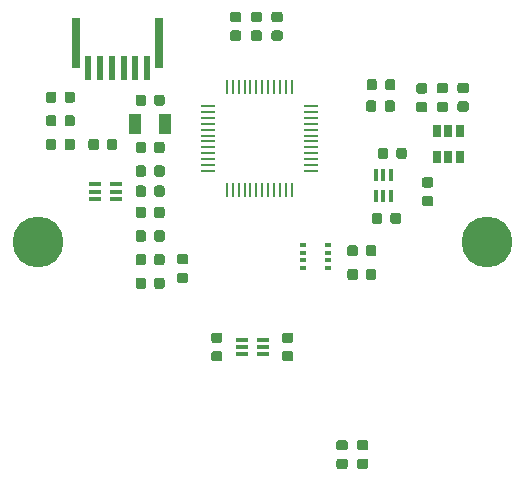
<source format=gtp>
G04 #@! TF.GenerationSoftware,KiCad,Pcbnew,(5.0.0)*
G04 #@! TF.CreationDate,2019-03-22T22:35:01+01:00*
G04 #@! TF.ProjectId,nrf24l01-node,6E726632346C30312D6E6F64652E6B69,rev?*
G04 #@! TF.SameCoordinates,Original*
G04 #@! TF.FileFunction,Paste,Top*
G04 #@! TF.FilePolarity,Positive*
%FSLAX46Y46*%
G04 Gerber Fmt 4.6, Leading zero omitted, Abs format (unit mm)*
G04 Created by KiCad (PCBNEW (5.0.0)) date 03/22/19 22:35:01*
%MOMM*%
%LPD*%
G01*
G04 APERTURE LIST*
%ADD10C,0.100000*%
%ADD11C,0.875000*%
%ADD12R,1.000000X0.300000*%
%ADD13C,4.300000*%
%ADD14R,0.700000X4.200000*%
%ADD15R,0.600000X2.000000*%
%ADD16R,1.000000X1.800000*%
%ADD17R,0.300000X1.000000*%
%ADD18R,1.300000X0.250000*%
%ADD19R,0.250000X1.300000*%
%ADD20R,0.650000X1.060000*%
%ADD21R,0.500000X0.350000*%
G04 APERTURE END LIST*
D10*
G04 #@! TO.C,C21*
G36*
X77177691Y-156751053D02*
X77198926Y-156754203D01*
X77219750Y-156759419D01*
X77239962Y-156766651D01*
X77259368Y-156775830D01*
X77277781Y-156786866D01*
X77295024Y-156799654D01*
X77310930Y-156814070D01*
X77325346Y-156829976D01*
X77338134Y-156847219D01*
X77349170Y-156865632D01*
X77358349Y-156885038D01*
X77365581Y-156905250D01*
X77370797Y-156926074D01*
X77373947Y-156947309D01*
X77375000Y-156968750D01*
X77375000Y-157406250D01*
X77373947Y-157427691D01*
X77370797Y-157448926D01*
X77365581Y-157469750D01*
X77358349Y-157489962D01*
X77349170Y-157509368D01*
X77338134Y-157527781D01*
X77325346Y-157545024D01*
X77310930Y-157560930D01*
X77295024Y-157575346D01*
X77277781Y-157588134D01*
X77259368Y-157599170D01*
X77239962Y-157608349D01*
X77219750Y-157615581D01*
X77198926Y-157620797D01*
X77177691Y-157623947D01*
X77156250Y-157625000D01*
X76643750Y-157625000D01*
X76622309Y-157623947D01*
X76601074Y-157620797D01*
X76580250Y-157615581D01*
X76560038Y-157608349D01*
X76540632Y-157599170D01*
X76522219Y-157588134D01*
X76504976Y-157575346D01*
X76489070Y-157560930D01*
X76474654Y-157545024D01*
X76461866Y-157527781D01*
X76450830Y-157509368D01*
X76441651Y-157489962D01*
X76434419Y-157469750D01*
X76429203Y-157448926D01*
X76426053Y-157427691D01*
X76425000Y-157406250D01*
X76425000Y-156968750D01*
X76426053Y-156947309D01*
X76429203Y-156926074D01*
X76434419Y-156905250D01*
X76441651Y-156885038D01*
X76450830Y-156865632D01*
X76461866Y-156847219D01*
X76474654Y-156829976D01*
X76489070Y-156814070D01*
X76504976Y-156799654D01*
X76522219Y-156786866D01*
X76540632Y-156775830D01*
X76560038Y-156766651D01*
X76580250Y-156759419D01*
X76601074Y-156754203D01*
X76622309Y-156751053D01*
X76643750Y-156750000D01*
X77156250Y-156750000D01*
X77177691Y-156751053D01*
X77177691Y-156751053D01*
G37*
D11*
X76900000Y-157187500D03*
D10*
G36*
X77177691Y-155176053D02*
X77198926Y-155179203D01*
X77219750Y-155184419D01*
X77239962Y-155191651D01*
X77259368Y-155200830D01*
X77277781Y-155211866D01*
X77295024Y-155224654D01*
X77310930Y-155239070D01*
X77325346Y-155254976D01*
X77338134Y-155272219D01*
X77349170Y-155290632D01*
X77358349Y-155310038D01*
X77365581Y-155330250D01*
X77370797Y-155351074D01*
X77373947Y-155372309D01*
X77375000Y-155393750D01*
X77375000Y-155831250D01*
X77373947Y-155852691D01*
X77370797Y-155873926D01*
X77365581Y-155894750D01*
X77358349Y-155914962D01*
X77349170Y-155934368D01*
X77338134Y-155952781D01*
X77325346Y-155970024D01*
X77310930Y-155985930D01*
X77295024Y-156000346D01*
X77277781Y-156013134D01*
X77259368Y-156024170D01*
X77239962Y-156033349D01*
X77219750Y-156040581D01*
X77198926Y-156045797D01*
X77177691Y-156048947D01*
X77156250Y-156050000D01*
X76643750Y-156050000D01*
X76622309Y-156048947D01*
X76601074Y-156045797D01*
X76580250Y-156040581D01*
X76560038Y-156033349D01*
X76540632Y-156024170D01*
X76522219Y-156013134D01*
X76504976Y-156000346D01*
X76489070Y-155985930D01*
X76474654Y-155970024D01*
X76461866Y-155952781D01*
X76450830Y-155934368D01*
X76441651Y-155914962D01*
X76434419Y-155894750D01*
X76429203Y-155873926D01*
X76426053Y-155852691D01*
X76425000Y-155831250D01*
X76425000Y-155393750D01*
X76426053Y-155372309D01*
X76429203Y-155351074D01*
X76434419Y-155330250D01*
X76441651Y-155310038D01*
X76450830Y-155290632D01*
X76461866Y-155272219D01*
X76474654Y-155254976D01*
X76489070Y-155239070D01*
X76504976Y-155224654D01*
X76522219Y-155211866D01*
X76540632Y-155200830D01*
X76560038Y-155191651D01*
X76580250Y-155184419D01*
X76601074Y-155179203D01*
X76622309Y-155176053D01*
X76643750Y-155175000D01*
X77156250Y-155175000D01*
X77177691Y-155176053D01*
X77177691Y-155176053D01*
G37*
D11*
X76900000Y-155612500D03*
G04 #@! TD*
D10*
G04 #@! TO.C,C20*
G36*
X71177691Y-155176053D02*
X71198926Y-155179203D01*
X71219750Y-155184419D01*
X71239962Y-155191651D01*
X71259368Y-155200830D01*
X71277781Y-155211866D01*
X71295024Y-155224654D01*
X71310930Y-155239070D01*
X71325346Y-155254976D01*
X71338134Y-155272219D01*
X71349170Y-155290632D01*
X71358349Y-155310038D01*
X71365581Y-155330250D01*
X71370797Y-155351074D01*
X71373947Y-155372309D01*
X71375000Y-155393750D01*
X71375000Y-155831250D01*
X71373947Y-155852691D01*
X71370797Y-155873926D01*
X71365581Y-155894750D01*
X71358349Y-155914962D01*
X71349170Y-155934368D01*
X71338134Y-155952781D01*
X71325346Y-155970024D01*
X71310930Y-155985930D01*
X71295024Y-156000346D01*
X71277781Y-156013134D01*
X71259368Y-156024170D01*
X71239962Y-156033349D01*
X71219750Y-156040581D01*
X71198926Y-156045797D01*
X71177691Y-156048947D01*
X71156250Y-156050000D01*
X70643750Y-156050000D01*
X70622309Y-156048947D01*
X70601074Y-156045797D01*
X70580250Y-156040581D01*
X70560038Y-156033349D01*
X70540632Y-156024170D01*
X70522219Y-156013134D01*
X70504976Y-156000346D01*
X70489070Y-155985930D01*
X70474654Y-155970024D01*
X70461866Y-155952781D01*
X70450830Y-155934368D01*
X70441651Y-155914962D01*
X70434419Y-155894750D01*
X70429203Y-155873926D01*
X70426053Y-155852691D01*
X70425000Y-155831250D01*
X70425000Y-155393750D01*
X70426053Y-155372309D01*
X70429203Y-155351074D01*
X70434419Y-155330250D01*
X70441651Y-155310038D01*
X70450830Y-155290632D01*
X70461866Y-155272219D01*
X70474654Y-155254976D01*
X70489070Y-155239070D01*
X70504976Y-155224654D01*
X70522219Y-155211866D01*
X70540632Y-155200830D01*
X70560038Y-155191651D01*
X70580250Y-155184419D01*
X70601074Y-155179203D01*
X70622309Y-155176053D01*
X70643750Y-155175000D01*
X71156250Y-155175000D01*
X71177691Y-155176053D01*
X71177691Y-155176053D01*
G37*
D11*
X70900000Y-155612500D03*
D10*
G36*
X71177691Y-156751053D02*
X71198926Y-156754203D01*
X71219750Y-156759419D01*
X71239962Y-156766651D01*
X71259368Y-156775830D01*
X71277781Y-156786866D01*
X71295024Y-156799654D01*
X71310930Y-156814070D01*
X71325346Y-156829976D01*
X71338134Y-156847219D01*
X71349170Y-156865632D01*
X71358349Y-156885038D01*
X71365581Y-156905250D01*
X71370797Y-156926074D01*
X71373947Y-156947309D01*
X71375000Y-156968750D01*
X71375000Y-157406250D01*
X71373947Y-157427691D01*
X71370797Y-157448926D01*
X71365581Y-157469750D01*
X71358349Y-157489962D01*
X71349170Y-157509368D01*
X71338134Y-157527781D01*
X71325346Y-157545024D01*
X71310930Y-157560930D01*
X71295024Y-157575346D01*
X71277781Y-157588134D01*
X71259368Y-157599170D01*
X71239962Y-157608349D01*
X71219750Y-157615581D01*
X71198926Y-157620797D01*
X71177691Y-157623947D01*
X71156250Y-157625000D01*
X70643750Y-157625000D01*
X70622309Y-157623947D01*
X70601074Y-157620797D01*
X70580250Y-157615581D01*
X70560038Y-157608349D01*
X70540632Y-157599170D01*
X70522219Y-157588134D01*
X70504976Y-157575346D01*
X70489070Y-157560930D01*
X70474654Y-157545024D01*
X70461866Y-157527781D01*
X70450830Y-157509368D01*
X70441651Y-157489962D01*
X70434419Y-157469750D01*
X70429203Y-157448926D01*
X70426053Y-157427691D01*
X70425000Y-157406250D01*
X70425000Y-156968750D01*
X70426053Y-156947309D01*
X70429203Y-156926074D01*
X70434419Y-156905250D01*
X70441651Y-156885038D01*
X70450830Y-156865632D01*
X70461866Y-156847219D01*
X70474654Y-156829976D01*
X70489070Y-156814070D01*
X70504976Y-156799654D01*
X70522219Y-156786866D01*
X70540632Y-156775830D01*
X70560038Y-156766651D01*
X70580250Y-156759419D01*
X70601074Y-156754203D01*
X70622309Y-156751053D01*
X70643750Y-156750000D01*
X71156250Y-156750000D01*
X71177691Y-156751053D01*
X71177691Y-156751053D01*
G37*
D11*
X70900000Y-157187500D03*
G04 #@! TD*
D10*
G04 #@! TO.C,R9*
G36*
X84252691Y-133726053D02*
X84273926Y-133729203D01*
X84294750Y-133734419D01*
X84314962Y-133741651D01*
X84334368Y-133750830D01*
X84352781Y-133761866D01*
X84370024Y-133774654D01*
X84385930Y-133789070D01*
X84400346Y-133804976D01*
X84413134Y-133822219D01*
X84424170Y-133840632D01*
X84433349Y-133860038D01*
X84440581Y-133880250D01*
X84445797Y-133901074D01*
X84448947Y-133922309D01*
X84450000Y-133943750D01*
X84450000Y-134456250D01*
X84448947Y-134477691D01*
X84445797Y-134498926D01*
X84440581Y-134519750D01*
X84433349Y-134539962D01*
X84424170Y-134559368D01*
X84413134Y-134577781D01*
X84400346Y-134595024D01*
X84385930Y-134610930D01*
X84370024Y-134625346D01*
X84352781Y-134638134D01*
X84334368Y-134649170D01*
X84314962Y-134658349D01*
X84294750Y-134665581D01*
X84273926Y-134670797D01*
X84252691Y-134673947D01*
X84231250Y-134675000D01*
X83793750Y-134675000D01*
X83772309Y-134673947D01*
X83751074Y-134670797D01*
X83730250Y-134665581D01*
X83710038Y-134658349D01*
X83690632Y-134649170D01*
X83672219Y-134638134D01*
X83654976Y-134625346D01*
X83639070Y-134610930D01*
X83624654Y-134595024D01*
X83611866Y-134577781D01*
X83600830Y-134559368D01*
X83591651Y-134539962D01*
X83584419Y-134519750D01*
X83579203Y-134498926D01*
X83576053Y-134477691D01*
X83575000Y-134456250D01*
X83575000Y-133943750D01*
X83576053Y-133922309D01*
X83579203Y-133901074D01*
X83584419Y-133880250D01*
X83591651Y-133860038D01*
X83600830Y-133840632D01*
X83611866Y-133822219D01*
X83624654Y-133804976D01*
X83639070Y-133789070D01*
X83654976Y-133774654D01*
X83672219Y-133761866D01*
X83690632Y-133750830D01*
X83710038Y-133741651D01*
X83730250Y-133734419D01*
X83751074Y-133729203D01*
X83772309Y-133726053D01*
X83793750Y-133725000D01*
X84231250Y-133725000D01*
X84252691Y-133726053D01*
X84252691Y-133726053D01*
G37*
D11*
X84012500Y-134200000D03*
D10*
G36*
X85827691Y-133726053D02*
X85848926Y-133729203D01*
X85869750Y-133734419D01*
X85889962Y-133741651D01*
X85909368Y-133750830D01*
X85927781Y-133761866D01*
X85945024Y-133774654D01*
X85960930Y-133789070D01*
X85975346Y-133804976D01*
X85988134Y-133822219D01*
X85999170Y-133840632D01*
X86008349Y-133860038D01*
X86015581Y-133880250D01*
X86020797Y-133901074D01*
X86023947Y-133922309D01*
X86025000Y-133943750D01*
X86025000Y-134456250D01*
X86023947Y-134477691D01*
X86020797Y-134498926D01*
X86015581Y-134519750D01*
X86008349Y-134539962D01*
X85999170Y-134559368D01*
X85988134Y-134577781D01*
X85975346Y-134595024D01*
X85960930Y-134610930D01*
X85945024Y-134625346D01*
X85927781Y-134638134D01*
X85909368Y-134649170D01*
X85889962Y-134658349D01*
X85869750Y-134665581D01*
X85848926Y-134670797D01*
X85827691Y-134673947D01*
X85806250Y-134675000D01*
X85368750Y-134675000D01*
X85347309Y-134673947D01*
X85326074Y-134670797D01*
X85305250Y-134665581D01*
X85285038Y-134658349D01*
X85265632Y-134649170D01*
X85247219Y-134638134D01*
X85229976Y-134625346D01*
X85214070Y-134610930D01*
X85199654Y-134595024D01*
X85186866Y-134577781D01*
X85175830Y-134559368D01*
X85166651Y-134539962D01*
X85159419Y-134519750D01*
X85154203Y-134498926D01*
X85151053Y-134477691D01*
X85150000Y-134456250D01*
X85150000Y-133943750D01*
X85151053Y-133922309D01*
X85154203Y-133901074D01*
X85159419Y-133880250D01*
X85166651Y-133860038D01*
X85175830Y-133840632D01*
X85186866Y-133822219D01*
X85199654Y-133804976D01*
X85214070Y-133789070D01*
X85229976Y-133774654D01*
X85247219Y-133761866D01*
X85265632Y-133750830D01*
X85285038Y-133741651D01*
X85305250Y-133734419D01*
X85326074Y-133729203D01*
X85347309Y-133726053D01*
X85368750Y-133725000D01*
X85806250Y-133725000D01*
X85827691Y-133726053D01*
X85827691Y-133726053D01*
G37*
D11*
X85587500Y-134200000D03*
G04 #@! TD*
D12*
G04 #@! TO.C,IC5*
X73000000Y-155775000D03*
X73000000Y-156400000D03*
X73000000Y-157025000D03*
X74800000Y-157025000D03*
X74800000Y-156400000D03*
X74800000Y-155775000D03*
G04 #@! TD*
D13*
G04 #@! TO.C,REF\002A\002A*
X55750000Y-147500000D03*
G04 #@! TD*
G04 #@! TO.C,REF\002A\002A*
X93750000Y-147500000D03*
G04 #@! TD*
D10*
G04 #@! TO.C,C19*
G36*
X68277691Y-150101053D02*
X68298926Y-150104203D01*
X68319750Y-150109419D01*
X68339962Y-150116651D01*
X68359368Y-150125830D01*
X68377781Y-150136866D01*
X68395024Y-150149654D01*
X68410930Y-150164070D01*
X68425346Y-150179976D01*
X68438134Y-150197219D01*
X68449170Y-150215632D01*
X68458349Y-150235038D01*
X68465581Y-150255250D01*
X68470797Y-150276074D01*
X68473947Y-150297309D01*
X68475000Y-150318750D01*
X68475000Y-150756250D01*
X68473947Y-150777691D01*
X68470797Y-150798926D01*
X68465581Y-150819750D01*
X68458349Y-150839962D01*
X68449170Y-150859368D01*
X68438134Y-150877781D01*
X68425346Y-150895024D01*
X68410930Y-150910930D01*
X68395024Y-150925346D01*
X68377781Y-150938134D01*
X68359368Y-150949170D01*
X68339962Y-150958349D01*
X68319750Y-150965581D01*
X68298926Y-150970797D01*
X68277691Y-150973947D01*
X68256250Y-150975000D01*
X67743750Y-150975000D01*
X67722309Y-150973947D01*
X67701074Y-150970797D01*
X67680250Y-150965581D01*
X67660038Y-150958349D01*
X67640632Y-150949170D01*
X67622219Y-150938134D01*
X67604976Y-150925346D01*
X67589070Y-150910930D01*
X67574654Y-150895024D01*
X67561866Y-150877781D01*
X67550830Y-150859368D01*
X67541651Y-150839962D01*
X67534419Y-150819750D01*
X67529203Y-150798926D01*
X67526053Y-150777691D01*
X67525000Y-150756250D01*
X67525000Y-150318750D01*
X67526053Y-150297309D01*
X67529203Y-150276074D01*
X67534419Y-150255250D01*
X67541651Y-150235038D01*
X67550830Y-150215632D01*
X67561866Y-150197219D01*
X67574654Y-150179976D01*
X67589070Y-150164070D01*
X67604976Y-150149654D01*
X67622219Y-150136866D01*
X67640632Y-150125830D01*
X67660038Y-150116651D01*
X67680250Y-150109419D01*
X67701074Y-150104203D01*
X67722309Y-150101053D01*
X67743750Y-150100000D01*
X68256250Y-150100000D01*
X68277691Y-150101053D01*
X68277691Y-150101053D01*
G37*
D11*
X68000000Y-150537500D03*
D10*
G36*
X68277691Y-148526053D02*
X68298926Y-148529203D01*
X68319750Y-148534419D01*
X68339962Y-148541651D01*
X68359368Y-148550830D01*
X68377781Y-148561866D01*
X68395024Y-148574654D01*
X68410930Y-148589070D01*
X68425346Y-148604976D01*
X68438134Y-148622219D01*
X68449170Y-148640632D01*
X68458349Y-148660038D01*
X68465581Y-148680250D01*
X68470797Y-148701074D01*
X68473947Y-148722309D01*
X68475000Y-148743750D01*
X68475000Y-149181250D01*
X68473947Y-149202691D01*
X68470797Y-149223926D01*
X68465581Y-149244750D01*
X68458349Y-149264962D01*
X68449170Y-149284368D01*
X68438134Y-149302781D01*
X68425346Y-149320024D01*
X68410930Y-149335930D01*
X68395024Y-149350346D01*
X68377781Y-149363134D01*
X68359368Y-149374170D01*
X68339962Y-149383349D01*
X68319750Y-149390581D01*
X68298926Y-149395797D01*
X68277691Y-149398947D01*
X68256250Y-149400000D01*
X67743750Y-149400000D01*
X67722309Y-149398947D01*
X67701074Y-149395797D01*
X67680250Y-149390581D01*
X67660038Y-149383349D01*
X67640632Y-149374170D01*
X67622219Y-149363134D01*
X67604976Y-149350346D01*
X67589070Y-149335930D01*
X67574654Y-149320024D01*
X67561866Y-149302781D01*
X67550830Y-149284368D01*
X67541651Y-149264962D01*
X67534419Y-149244750D01*
X67529203Y-149223926D01*
X67526053Y-149202691D01*
X67525000Y-149181250D01*
X67525000Y-148743750D01*
X67526053Y-148722309D01*
X67529203Y-148701074D01*
X67534419Y-148680250D01*
X67541651Y-148660038D01*
X67550830Y-148640632D01*
X67561866Y-148622219D01*
X67574654Y-148604976D01*
X67589070Y-148589070D01*
X67604976Y-148574654D01*
X67622219Y-148561866D01*
X67640632Y-148550830D01*
X67660038Y-148541651D01*
X67680250Y-148534419D01*
X67701074Y-148529203D01*
X67722309Y-148526053D01*
X67743750Y-148525000D01*
X68256250Y-148525000D01*
X68277691Y-148526053D01*
X68277691Y-148526053D01*
G37*
D11*
X68000000Y-148962500D03*
G04 #@! TD*
D10*
G04 #@! TO.C,C4*
G36*
X62277691Y-138776053D02*
X62298926Y-138779203D01*
X62319750Y-138784419D01*
X62339962Y-138791651D01*
X62359368Y-138800830D01*
X62377781Y-138811866D01*
X62395024Y-138824654D01*
X62410930Y-138839070D01*
X62425346Y-138854976D01*
X62438134Y-138872219D01*
X62449170Y-138890632D01*
X62458349Y-138910038D01*
X62465581Y-138930250D01*
X62470797Y-138951074D01*
X62473947Y-138972309D01*
X62475000Y-138993750D01*
X62475000Y-139506250D01*
X62473947Y-139527691D01*
X62470797Y-139548926D01*
X62465581Y-139569750D01*
X62458349Y-139589962D01*
X62449170Y-139609368D01*
X62438134Y-139627781D01*
X62425346Y-139645024D01*
X62410930Y-139660930D01*
X62395024Y-139675346D01*
X62377781Y-139688134D01*
X62359368Y-139699170D01*
X62339962Y-139708349D01*
X62319750Y-139715581D01*
X62298926Y-139720797D01*
X62277691Y-139723947D01*
X62256250Y-139725000D01*
X61818750Y-139725000D01*
X61797309Y-139723947D01*
X61776074Y-139720797D01*
X61755250Y-139715581D01*
X61735038Y-139708349D01*
X61715632Y-139699170D01*
X61697219Y-139688134D01*
X61679976Y-139675346D01*
X61664070Y-139660930D01*
X61649654Y-139645024D01*
X61636866Y-139627781D01*
X61625830Y-139609368D01*
X61616651Y-139589962D01*
X61609419Y-139569750D01*
X61604203Y-139548926D01*
X61601053Y-139527691D01*
X61600000Y-139506250D01*
X61600000Y-138993750D01*
X61601053Y-138972309D01*
X61604203Y-138951074D01*
X61609419Y-138930250D01*
X61616651Y-138910038D01*
X61625830Y-138890632D01*
X61636866Y-138872219D01*
X61649654Y-138854976D01*
X61664070Y-138839070D01*
X61679976Y-138824654D01*
X61697219Y-138811866D01*
X61715632Y-138800830D01*
X61735038Y-138791651D01*
X61755250Y-138784419D01*
X61776074Y-138779203D01*
X61797309Y-138776053D01*
X61818750Y-138775000D01*
X62256250Y-138775000D01*
X62277691Y-138776053D01*
X62277691Y-138776053D01*
G37*
D11*
X62037500Y-139250000D03*
D10*
G36*
X60702691Y-138776053D02*
X60723926Y-138779203D01*
X60744750Y-138784419D01*
X60764962Y-138791651D01*
X60784368Y-138800830D01*
X60802781Y-138811866D01*
X60820024Y-138824654D01*
X60835930Y-138839070D01*
X60850346Y-138854976D01*
X60863134Y-138872219D01*
X60874170Y-138890632D01*
X60883349Y-138910038D01*
X60890581Y-138930250D01*
X60895797Y-138951074D01*
X60898947Y-138972309D01*
X60900000Y-138993750D01*
X60900000Y-139506250D01*
X60898947Y-139527691D01*
X60895797Y-139548926D01*
X60890581Y-139569750D01*
X60883349Y-139589962D01*
X60874170Y-139609368D01*
X60863134Y-139627781D01*
X60850346Y-139645024D01*
X60835930Y-139660930D01*
X60820024Y-139675346D01*
X60802781Y-139688134D01*
X60784368Y-139699170D01*
X60764962Y-139708349D01*
X60744750Y-139715581D01*
X60723926Y-139720797D01*
X60702691Y-139723947D01*
X60681250Y-139725000D01*
X60243750Y-139725000D01*
X60222309Y-139723947D01*
X60201074Y-139720797D01*
X60180250Y-139715581D01*
X60160038Y-139708349D01*
X60140632Y-139699170D01*
X60122219Y-139688134D01*
X60104976Y-139675346D01*
X60089070Y-139660930D01*
X60074654Y-139645024D01*
X60061866Y-139627781D01*
X60050830Y-139609368D01*
X60041651Y-139589962D01*
X60034419Y-139569750D01*
X60029203Y-139548926D01*
X60026053Y-139527691D01*
X60025000Y-139506250D01*
X60025000Y-138993750D01*
X60026053Y-138972309D01*
X60029203Y-138951074D01*
X60034419Y-138930250D01*
X60041651Y-138910038D01*
X60050830Y-138890632D01*
X60061866Y-138872219D01*
X60074654Y-138854976D01*
X60089070Y-138839070D01*
X60104976Y-138824654D01*
X60122219Y-138811866D01*
X60140632Y-138800830D01*
X60160038Y-138791651D01*
X60180250Y-138784419D01*
X60201074Y-138779203D01*
X60222309Y-138776053D01*
X60243750Y-138775000D01*
X60681250Y-138775000D01*
X60702691Y-138776053D01*
X60702691Y-138776053D01*
G37*
D11*
X60462500Y-139250000D03*
G04 #@! TD*
D12*
G04 #@! TO.C,IC4*
X60600000Y-142625000D03*
X60600000Y-143250000D03*
X60600000Y-143875000D03*
X62400000Y-143875000D03*
X62400000Y-143250000D03*
X62400000Y-142625000D03*
G04 #@! TD*
D10*
G04 #@! TO.C,R8*
G36*
X64702691Y-150526053D02*
X64723926Y-150529203D01*
X64744750Y-150534419D01*
X64764962Y-150541651D01*
X64784368Y-150550830D01*
X64802781Y-150561866D01*
X64820024Y-150574654D01*
X64835930Y-150589070D01*
X64850346Y-150604976D01*
X64863134Y-150622219D01*
X64874170Y-150640632D01*
X64883349Y-150660038D01*
X64890581Y-150680250D01*
X64895797Y-150701074D01*
X64898947Y-150722309D01*
X64900000Y-150743750D01*
X64900000Y-151256250D01*
X64898947Y-151277691D01*
X64895797Y-151298926D01*
X64890581Y-151319750D01*
X64883349Y-151339962D01*
X64874170Y-151359368D01*
X64863134Y-151377781D01*
X64850346Y-151395024D01*
X64835930Y-151410930D01*
X64820024Y-151425346D01*
X64802781Y-151438134D01*
X64784368Y-151449170D01*
X64764962Y-151458349D01*
X64744750Y-151465581D01*
X64723926Y-151470797D01*
X64702691Y-151473947D01*
X64681250Y-151475000D01*
X64243750Y-151475000D01*
X64222309Y-151473947D01*
X64201074Y-151470797D01*
X64180250Y-151465581D01*
X64160038Y-151458349D01*
X64140632Y-151449170D01*
X64122219Y-151438134D01*
X64104976Y-151425346D01*
X64089070Y-151410930D01*
X64074654Y-151395024D01*
X64061866Y-151377781D01*
X64050830Y-151359368D01*
X64041651Y-151339962D01*
X64034419Y-151319750D01*
X64029203Y-151298926D01*
X64026053Y-151277691D01*
X64025000Y-151256250D01*
X64025000Y-150743750D01*
X64026053Y-150722309D01*
X64029203Y-150701074D01*
X64034419Y-150680250D01*
X64041651Y-150660038D01*
X64050830Y-150640632D01*
X64061866Y-150622219D01*
X64074654Y-150604976D01*
X64089070Y-150589070D01*
X64104976Y-150574654D01*
X64122219Y-150561866D01*
X64140632Y-150550830D01*
X64160038Y-150541651D01*
X64180250Y-150534419D01*
X64201074Y-150529203D01*
X64222309Y-150526053D01*
X64243750Y-150525000D01*
X64681250Y-150525000D01*
X64702691Y-150526053D01*
X64702691Y-150526053D01*
G37*
D11*
X64462500Y-151000000D03*
D10*
G36*
X66277691Y-150526053D02*
X66298926Y-150529203D01*
X66319750Y-150534419D01*
X66339962Y-150541651D01*
X66359368Y-150550830D01*
X66377781Y-150561866D01*
X66395024Y-150574654D01*
X66410930Y-150589070D01*
X66425346Y-150604976D01*
X66438134Y-150622219D01*
X66449170Y-150640632D01*
X66458349Y-150660038D01*
X66465581Y-150680250D01*
X66470797Y-150701074D01*
X66473947Y-150722309D01*
X66475000Y-150743750D01*
X66475000Y-151256250D01*
X66473947Y-151277691D01*
X66470797Y-151298926D01*
X66465581Y-151319750D01*
X66458349Y-151339962D01*
X66449170Y-151359368D01*
X66438134Y-151377781D01*
X66425346Y-151395024D01*
X66410930Y-151410930D01*
X66395024Y-151425346D01*
X66377781Y-151438134D01*
X66359368Y-151449170D01*
X66339962Y-151458349D01*
X66319750Y-151465581D01*
X66298926Y-151470797D01*
X66277691Y-151473947D01*
X66256250Y-151475000D01*
X65818750Y-151475000D01*
X65797309Y-151473947D01*
X65776074Y-151470797D01*
X65755250Y-151465581D01*
X65735038Y-151458349D01*
X65715632Y-151449170D01*
X65697219Y-151438134D01*
X65679976Y-151425346D01*
X65664070Y-151410930D01*
X65649654Y-151395024D01*
X65636866Y-151377781D01*
X65625830Y-151359368D01*
X65616651Y-151339962D01*
X65609419Y-151319750D01*
X65604203Y-151298926D01*
X65601053Y-151277691D01*
X65600000Y-151256250D01*
X65600000Y-150743750D01*
X65601053Y-150722309D01*
X65604203Y-150701074D01*
X65609419Y-150680250D01*
X65616651Y-150660038D01*
X65625830Y-150640632D01*
X65636866Y-150622219D01*
X65649654Y-150604976D01*
X65664070Y-150589070D01*
X65679976Y-150574654D01*
X65697219Y-150561866D01*
X65715632Y-150550830D01*
X65735038Y-150541651D01*
X65755250Y-150534419D01*
X65776074Y-150529203D01*
X65797309Y-150526053D01*
X65818750Y-150525000D01*
X66256250Y-150525000D01*
X66277691Y-150526053D01*
X66277691Y-150526053D01*
G37*
D11*
X66037500Y-151000000D03*
G04 #@! TD*
D10*
G04 #@! TO.C,R7*
G36*
X66277691Y-148526053D02*
X66298926Y-148529203D01*
X66319750Y-148534419D01*
X66339962Y-148541651D01*
X66359368Y-148550830D01*
X66377781Y-148561866D01*
X66395024Y-148574654D01*
X66410930Y-148589070D01*
X66425346Y-148604976D01*
X66438134Y-148622219D01*
X66449170Y-148640632D01*
X66458349Y-148660038D01*
X66465581Y-148680250D01*
X66470797Y-148701074D01*
X66473947Y-148722309D01*
X66475000Y-148743750D01*
X66475000Y-149256250D01*
X66473947Y-149277691D01*
X66470797Y-149298926D01*
X66465581Y-149319750D01*
X66458349Y-149339962D01*
X66449170Y-149359368D01*
X66438134Y-149377781D01*
X66425346Y-149395024D01*
X66410930Y-149410930D01*
X66395024Y-149425346D01*
X66377781Y-149438134D01*
X66359368Y-149449170D01*
X66339962Y-149458349D01*
X66319750Y-149465581D01*
X66298926Y-149470797D01*
X66277691Y-149473947D01*
X66256250Y-149475000D01*
X65818750Y-149475000D01*
X65797309Y-149473947D01*
X65776074Y-149470797D01*
X65755250Y-149465581D01*
X65735038Y-149458349D01*
X65715632Y-149449170D01*
X65697219Y-149438134D01*
X65679976Y-149425346D01*
X65664070Y-149410930D01*
X65649654Y-149395024D01*
X65636866Y-149377781D01*
X65625830Y-149359368D01*
X65616651Y-149339962D01*
X65609419Y-149319750D01*
X65604203Y-149298926D01*
X65601053Y-149277691D01*
X65600000Y-149256250D01*
X65600000Y-148743750D01*
X65601053Y-148722309D01*
X65604203Y-148701074D01*
X65609419Y-148680250D01*
X65616651Y-148660038D01*
X65625830Y-148640632D01*
X65636866Y-148622219D01*
X65649654Y-148604976D01*
X65664070Y-148589070D01*
X65679976Y-148574654D01*
X65697219Y-148561866D01*
X65715632Y-148550830D01*
X65735038Y-148541651D01*
X65755250Y-148534419D01*
X65776074Y-148529203D01*
X65797309Y-148526053D01*
X65818750Y-148525000D01*
X66256250Y-148525000D01*
X66277691Y-148526053D01*
X66277691Y-148526053D01*
G37*
D11*
X66037500Y-149000000D03*
D10*
G36*
X64702691Y-148526053D02*
X64723926Y-148529203D01*
X64744750Y-148534419D01*
X64764962Y-148541651D01*
X64784368Y-148550830D01*
X64802781Y-148561866D01*
X64820024Y-148574654D01*
X64835930Y-148589070D01*
X64850346Y-148604976D01*
X64863134Y-148622219D01*
X64874170Y-148640632D01*
X64883349Y-148660038D01*
X64890581Y-148680250D01*
X64895797Y-148701074D01*
X64898947Y-148722309D01*
X64900000Y-148743750D01*
X64900000Y-149256250D01*
X64898947Y-149277691D01*
X64895797Y-149298926D01*
X64890581Y-149319750D01*
X64883349Y-149339962D01*
X64874170Y-149359368D01*
X64863134Y-149377781D01*
X64850346Y-149395024D01*
X64835930Y-149410930D01*
X64820024Y-149425346D01*
X64802781Y-149438134D01*
X64784368Y-149449170D01*
X64764962Y-149458349D01*
X64744750Y-149465581D01*
X64723926Y-149470797D01*
X64702691Y-149473947D01*
X64681250Y-149475000D01*
X64243750Y-149475000D01*
X64222309Y-149473947D01*
X64201074Y-149470797D01*
X64180250Y-149465581D01*
X64160038Y-149458349D01*
X64140632Y-149449170D01*
X64122219Y-149438134D01*
X64104976Y-149425346D01*
X64089070Y-149410930D01*
X64074654Y-149395024D01*
X64061866Y-149377781D01*
X64050830Y-149359368D01*
X64041651Y-149339962D01*
X64034419Y-149319750D01*
X64029203Y-149298926D01*
X64026053Y-149277691D01*
X64025000Y-149256250D01*
X64025000Y-148743750D01*
X64026053Y-148722309D01*
X64029203Y-148701074D01*
X64034419Y-148680250D01*
X64041651Y-148660038D01*
X64050830Y-148640632D01*
X64061866Y-148622219D01*
X64074654Y-148604976D01*
X64089070Y-148589070D01*
X64104976Y-148574654D01*
X64122219Y-148561866D01*
X64140632Y-148550830D01*
X64160038Y-148541651D01*
X64180250Y-148534419D01*
X64201074Y-148529203D01*
X64222309Y-148526053D01*
X64243750Y-148525000D01*
X64681250Y-148525000D01*
X64702691Y-148526053D01*
X64702691Y-148526053D01*
G37*
D11*
X64462500Y-149000000D03*
G04 #@! TD*
D14*
G04 #@! TO.C,CON1*
X66000000Y-130650000D03*
D15*
X65000000Y-132750000D03*
X64000000Y-132750000D03*
X63000000Y-132750000D03*
X62000000Y-132750000D03*
X61000000Y-132750000D03*
X60000000Y-132750000D03*
D14*
X59000000Y-130650000D03*
G04 #@! TD*
D10*
G04 #@! TO.C,C18*
G36*
X76277691Y-128026053D02*
X76298926Y-128029203D01*
X76319750Y-128034419D01*
X76339962Y-128041651D01*
X76359368Y-128050830D01*
X76377781Y-128061866D01*
X76395024Y-128074654D01*
X76410930Y-128089070D01*
X76425346Y-128104976D01*
X76438134Y-128122219D01*
X76449170Y-128140632D01*
X76458349Y-128160038D01*
X76465581Y-128180250D01*
X76470797Y-128201074D01*
X76473947Y-128222309D01*
X76475000Y-128243750D01*
X76475000Y-128681250D01*
X76473947Y-128702691D01*
X76470797Y-128723926D01*
X76465581Y-128744750D01*
X76458349Y-128764962D01*
X76449170Y-128784368D01*
X76438134Y-128802781D01*
X76425346Y-128820024D01*
X76410930Y-128835930D01*
X76395024Y-128850346D01*
X76377781Y-128863134D01*
X76359368Y-128874170D01*
X76339962Y-128883349D01*
X76319750Y-128890581D01*
X76298926Y-128895797D01*
X76277691Y-128898947D01*
X76256250Y-128900000D01*
X75743750Y-128900000D01*
X75722309Y-128898947D01*
X75701074Y-128895797D01*
X75680250Y-128890581D01*
X75660038Y-128883349D01*
X75640632Y-128874170D01*
X75622219Y-128863134D01*
X75604976Y-128850346D01*
X75589070Y-128835930D01*
X75574654Y-128820024D01*
X75561866Y-128802781D01*
X75550830Y-128784368D01*
X75541651Y-128764962D01*
X75534419Y-128744750D01*
X75529203Y-128723926D01*
X75526053Y-128702691D01*
X75525000Y-128681250D01*
X75525000Y-128243750D01*
X75526053Y-128222309D01*
X75529203Y-128201074D01*
X75534419Y-128180250D01*
X75541651Y-128160038D01*
X75550830Y-128140632D01*
X75561866Y-128122219D01*
X75574654Y-128104976D01*
X75589070Y-128089070D01*
X75604976Y-128074654D01*
X75622219Y-128061866D01*
X75640632Y-128050830D01*
X75660038Y-128041651D01*
X75680250Y-128034419D01*
X75701074Y-128029203D01*
X75722309Y-128026053D01*
X75743750Y-128025000D01*
X76256250Y-128025000D01*
X76277691Y-128026053D01*
X76277691Y-128026053D01*
G37*
D11*
X76000000Y-128462500D03*
D10*
G36*
X76277691Y-129601053D02*
X76298926Y-129604203D01*
X76319750Y-129609419D01*
X76339962Y-129616651D01*
X76359368Y-129625830D01*
X76377781Y-129636866D01*
X76395024Y-129649654D01*
X76410930Y-129664070D01*
X76425346Y-129679976D01*
X76438134Y-129697219D01*
X76449170Y-129715632D01*
X76458349Y-129735038D01*
X76465581Y-129755250D01*
X76470797Y-129776074D01*
X76473947Y-129797309D01*
X76475000Y-129818750D01*
X76475000Y-130256250D01*
X76473947Y-130277691D01*
X76470797Y-130298926D01*
X76465581Y-130319750D01*
X76458349Y-130339962D01*
X76449170Y-130359368D01*
X76438134Y-130377781D01*
X76425346Y-130395024D01*
X76410930Y-130410930D01*
X76395024Y-130425346D01*
X76377781Y-130438134D01*
X76359368Y-130449170D01*
X76339962Y-130458349D01*
X76319750Y-130465581D01*
X76298926Y-130470797D01*
X76277691Y-130473947D01*
X76256250Y-130475000D01*
X75743750Y-130475000D01*
X75722309Y-130473947D01*
X75701074Y-130470797D01*
X75680250Y-130465581D01*
X75660038Y-130458349D01*
X75640632Y-130449170D01*
X75622219Y-130438134D01*
X75604976Y-130425346D01*
X75589070Y-130410930D01*
X75574654Y-130395024D01*
X75561866Y-130377781D01*
X75550830Y-130359368D01*
X75541651Y-130339962D01*
X75534419Y-130319750D01*
X75529203Y-130298926D01*
X75526053Y-130277691D01*
X75525000Y-130256250D01*
X75525000Y-129818750D01*
X75526053Y-129797309D01*
X75529203Y-129776074D01*
X75534419Y-129755250D01*
X75541651Y-129735038D01*
X75550830Y-129715632D01*
X75561866Y-129697219D01*
X75574654Y-129679976D01*
X75589070Y-129664070D01*
X75604976Y-129649654D01*
X75622219Y-129636866D01*
X75640632Y-129625830D01*
X75660038Y-129616651D01*
X75680250Y-129609419D01*
X75701074Y-129604203D01*
X75722309Y-129601053D01*
X75743750Y-129600000D01*
X76256250Y-129600000D01*
X76277691Y-129601053D01*
X76277691Y-129601053D01*
G37*
D11*
X76000000Y-130037500D03*
G04 #@! TD*
D10*
G04 #@! TO.C,R4*
G36*
X57107692Y-138776053D02*
X57128927Y-138779203D01*
X57149751Y-138784419D01*
X57169963Y-138791651D01*
X57189369Y-138800830D01*
X57207782Y-138811866D01*
X57225025Y-138824654D01*
X57240931Y-138839070D01*
X57255347Y-138854976D01*
X57268135Y-138872219D01*
X57279171Y-138890632D01*
X57288350Y-138910038D01*
X57295582Y-138930250D01*
X57300798Y-138951074D01*
X57303948Y-138972309D01*
X57305001Y-138993750D01*
X57305001Y-139506250D01*
X57303948Y-139527691D01*
X57300798Y-139548926D01*
X57295582Y-139569750D01*
X57288350Y-139589962D01*
X57279171Y-139609368D01*
X57268135Y-139627781D01*
X57255347Y-139645024D01*
X57240931Y-139660930D01*
X57225025Y-139675346D01*
X57207782Y-139688134D01*
X57189369Y-139699170D01*
X57169963Y-139708349D01*
X57149751Y-139715581D01*
X57128927Y-139720797D01*
X57107692Y-139723947D01*
X57086251Y-139725000D01*
X56648751Y-139725000D01*
X56627310Y-139723947D01*
X56606075Y-139720797D01*
X56585251Y-139715581D01*
X56565039Y-139708349D01*
X56545633Y-139699170D01*
X56527220Y-139688134D01*
X56509977Y-139675346D01*
X56494071Y-139660930D01*
X56479655Y-139645024D01*
X56466867Y-139627781D01*
X56455831Y-139609368D01*
X56446652Y-139589962D01*
X56439420Y-139569750D01*
X56434204Y-139548926D01*
X56431054Y-139527691D01*
X56430001Y-139506250D01*
X56430001Y-138993750D01*
X56431054Y-138972309D01*
X56434204Y-138951074D01*
X56439420Y-138930250D01*
X56446652Y-138910038D01*
X56455831Y-138890632D01*
X56466867Y-138872219D01*
X56479655Y-138854976D01*
X56494071Y-138839070D01*
X56509977Y-138824654D01*
X56527220Y-138811866D01*
X56545633Y-138800830D01*
X56565039Y-138791651D01*
X56585251Y-138784419D01*
X56606075Y-138779203D01*
X56627310Y-138776053D01*
X56648751Y-138775000D01*
X57086251Y-138775000D01*
X57107692Y-138776053D01*
X57107692Y-138776053D01*
G37*
D11*
X56867501Y-139250000D03*
D10*
G36*
X58682692Y-138776053D02*
X58703927Y-138779203D01*
X58724751Y-138784419D01*
X58744963Y-138791651D01*
X58764369Y-138800830D01*
X58782782Y-138811866D01*
X58800025Y-138824654D01*
X58815931Y-138839070D01*
X58830347Y-138854976D01*
X58843135Y-138872219D01*
X58854171Y-138890632D01*
X58863350Y-138910038D01*
X58870582Y-138930250D01*
X58875798Y-138951074D01*
X58878948Y-138972309D01*
X58880001Y-138993750D01*
X58880001Y-139506250D01*
X58878948Y-139527691D01*
X58875798Y-139548926D01*
X58870582Y-139569750D01*
X58863350Y-139589962D01*
X58854171Y-139609368D01*
X58843135Y-139627781D01*
X58830347Y-139645024D01*
X58815931Y-139660930D01*
X58800025Y-139675346D01*
X58782782Y-139688134D01*
X58764369Y-139699170D01*
X58744963Y-139708349D01*
X58724751Y-139715581D01*
X58703927Y-139720797D01*
X58682692Y-139723947D01*
X58661251Y-139725000D01*
X58223751Y-139725000D01*
X58202310Y-139723947D01*
X58181075Y-139720797D01*
X58160251Y-139715581D01*
X58140039Y-139708349D01*
X58120633Y-139699170D01*
X58102220Y-139688134D01*
X58084977Y-139675346D01*
X58069071Y-139660930D01*
X58054655Y-139645024D01*
X58041867Y-139627781D01*
X58030831Y-139609368D01*
X58021652Y-139589962D01*
X58014420Y-139569750D01*
X58009204Y-139548926D01*
X58006054Y-139527691D01*
X58005001Y-139506250D01*
X58005001Y-138993750D01*
X58006054Y-138972309D01*
X58009204Y-138951074D01*
X58014420Y-138930250D01*
X58021652Y-138910038D01*
X58030831Y-138890632D01*
X58041867Y-138872219D01*
X58054655Y-138854976D01*
X58069071Y-138839070D01*
X58084977Y-138824654D01*
X58102220Y-138811866D01*
X58120633Y-138800830D01*
X58140039Y-138791651D01*
X58160251Y-138784419D01*
X58181075Y-138779203D01*
X58202310Y-138776053D01*
X58223751Y-138775000D01*
X58661251Y-138775000D01*
X58682692Y-138776053D01*
X58682692Y-138776053D01*
G37*
D11*
X58442501Y-139250000D03*
G04 #@! TD*
D10*
G04 #@! TO.C,R5*
G36*
X58682692Y-136776053D02*
X58703927Y-136779203D01*
X58724751Y-136784419D01*
X58744963Y-136791651D01*
X58764369Y-136800830D01*
X58782782Y-136811866D01*
X58800025Y-136824654D01*
X58815931Y-136839070D01*
X58830347Y-136854976D01*
X58843135Y-136872219D01*
X58854171Y-136890632D01*
X58863350Y-136910038D01*
X58870582Y-136930250D01*
X58875798Y-136951074D01*
X58878948Y-136972309D01*
X58880001Y-136993750D01*
X58880001Y-137506250D01*
X58878948Y-137527691D01*
X58875798Y-137548926D01*
X58870582Y-137569750D01*
X58863350Y-137589962D01*
X58854171Y-137609368D01*
X58843135Y-137627781D01*
X58830347Y-137645024D01*
X58815931Y-137660930D01*
X58800025Y-137675346D01*
X58782782Y-137688134D01*
X58764369Y-137699170D01*
X58744963Y-137708349D01*
X58724751Y-137715581D01*
X58703927Y-137720797D01*
X58682692Y-137723947D01*
X58661251Y-137725000D01*
X58223751Y-137725000D01*
X58202310Y-137723947D01*
X58181075Y-137720797D01*
X58160251Y-137715581D01*
X58140039Y-137708349D01*
X58120633Y-137699170D01*
X58102220Y-137688134D01*
X58084977Y-137675346D01*
X58069071Y-137660930D01*
X58054655Y-137645024D01*
X58041867Y-137627781D01*
X58030831Y-137609368D01*
X58021652Y-137589962D01*
X58014420Y-137569750D01*
X58009204Y-137548926D01*
X58006054Y-137527691D01*
X58005001Y-137506250D01*
X58005001Y-136993750D01*
X58006054Y-136972309D01*
X58009204Y-136951074D01*
X58014420Y-136930250D01*
X58021652Y-136910038D01*
X58030831Y-136890632D01*
X58041867Y-136872219D01*
X58054655Y-136854976D01*
X58069071Y-136839070D01*
X58084977Y-136824654D01*
X58102220Y-136811866D01*
X58120633Y-136800830D01*
X58140039Y-136791651D01*
X58160251Y-136784419D01*
X58181075Y-136779203D01*
X58202310Y-136776053D01*
X58223751Y-136775000D01*
X58661251Y-136775000D01*
X58682692Y-136776053D01*
X58682692Y-136776053D01*
G37*
D11*
X58442501Y-137250000D03*
D10*
G36*
X57107692Y-136776053D02*
X57128927Y-136779203D01*
X57149751Y-136784419D01*
X57169963Y-136791651D01*
X57189369Y-136800830D01*
X57207782Y-136811866D01*
X57225025Y-136824654D01*
X57240931Y-136839070D01*
X57255347Y-136854976D01*
X57268135Y-136872219D01*
X57279171Y-136890632D01*
X57288350Y-136910038D01*
X57295582Y-136930250D01*
X57300798Y-136951074D01*
X57303948Y-136972309D01*
X57305001Y-136993750D01*
X57305001Y-137506250D01*
X57303948Y-137527691D01*
X57300798Y-137548926D01*
X57295582Y-137569750D01*
X57288350Y-137589962D01*
X57279171Y-137609368D01*
X57268135Y-137627781D01*
X57255347Y-137645024D01*
X57240931Y-137660930D01*
X57225025Y-137675346D01*
X57207782Y-137688134D01*
X57189369Y-137699170D01*
X57169963Y-137708349D01*
X57149751Y-137715581D01*
X57128927Y-137720797D01*
X57107692Y-137723947D01*
X57086251Y-137725000D01*
X56648751Y-137725000D01*
X56627310Y-137723947D01*
X56606075Y-137720797D01*
X56585251Y-137715581D01*
X56565039Y-137708349D01*
X56545633Y-137699170D01*
X56527220Y-137688134D01*
X56509977Y-137675346D01*
X56494071Y-137660930D01*
X56479655Y-137645024D01*
X56466867Y-137627781D01*
X56455831Y-137609368D01*
X56446652Y-137589962D01*
X56439420Y-137569750D01*
X56434204Y-137548926D01*
X56431054Y-137527691D01*
X56430001Y-137506250D01*
X56430001Y-136993750D01*
X56431054Y-136972309D01*
X56434204Y-136951074D01*
X56439420Y-136930250D01*
X56446652Y-136910038D01*
X56455831Y-136890632D01*
X56466867Y-136872219D01*
X56479655Y-136854976D01*
X56494071Y-136839070D01*
X56509977Y-136824654D01*
X56527220Y-136811866D01*
X56545633Y-136800830D01*
X56565039Y-136791651D01*
X56585251Y-136784419D01*
X56606075Y-136779203D01*
X56627310Y-136776053D01*
X56648751Y-136775000D01*
X57086251Y-136775000D01*
X57107692Y-136776053D01*
X57107692Y-136776053D01*
G37*
D11*
X56867501Y-137250000D03*
G04 #@! TD*
D10*
G04 #@! TO.C,R6*
G36*
X57107692Y-134776053D02*
X57128927Y-134779203D01*
X57149751Y-134784419D01*
X57169963Y-134791651D01*
X57189369Y-134800830D01*
X57207782Y-134811866D01*
X57225025Y-134824654D01*
X57240931Y-134839070D01*
X57255347Y-134854976D01*
X57268135Y-134872219D01*
X57279171Y-134890632D01*
X57288350Y-134910038D01*
X57295582Y-134930250D01*
X57300798Y-134951074D01*
X57303948Y-134972309D01*
X57305001Y-134993750D01*
X57305001Y-135506250D01*
X57303948Y-135527691D01*
X57300798Y-135548926D01*
X57295582Y-135569750D01*
X57288350Y-135589962D01*
X57279171Y-135609368D01*
X57268135Y-135627781D01*
X57255347Y-135645024D01*
X57240931Y-135660930D01*
X57225025Y-135675346D01*
X57207782Y-135688134D01*
X57189369Y-135699170D01*
X57169963Y-135708349D01*
X57149751Y-135715581D01*
X57128927Y-135720797D01*
X57107692Y-135723947D01*
X57086251Y-135725000D01*
X56648751Y-135725000D01*
X56627310Y-135723947D01*
X56606075Y-135720797D01*
X56585251Y-135715581D01*
X56565039Y-135708349D01*
X56545633Y-135699170D01*
X56527220Y-135688134D01*
X56509977Y-135675346D01*
X56494071Y-135660930D01*
X56479655Y-135645024D01*
X56466867Y-135627781D01*
X56455831Y-135609368D01*
X56446652Y-135589962D01*
X56439420Y-135569750D01*
X56434204Y-135548926D01*
X56431054Y-135527691D01*
X56430001Y-135506250D01*
X56430001Y-134993750D01*
X56431054Y-134972309D01*
X56434204Y-134951074D01*
X56439420Y-134930250D01*
X56446652Y-134910038D01*
X56455831Y-134890632D01*
X56466867Y-134872219D01*
X56479655Y-134854976D01*
X56494071Y-134839070D01*
X56509977Y-134824654D01*
X56527220Y-134811866D01*
X56545633Y-134800830D01*
X56565039Y-134791651D01*
X56585251Y-134784419D01*
X56606075Y-134779203D01*
X56627310Y-134776053D01*
X56648751Y-134775000D01*
X57086251Y-134775000D01*
X57107692Y-134776053D01*
X57107692Y-134776053D01*
G37*
D11*
X56867501Y-135250000D03*
D10*
G36*
X58682692Y-134776053D02*
X58703927Y-134779203D01*
X58724751Y-134784419D01*
X58744963Y-134791651D01*
X58764369Y-134800830D01*
X58782782Y-134811866D01*
X58800025Y-134824654D01*
X58815931Y-134839070D01*
X58830347Y-134854976D01*
X58843135Y-134872219D01*
X58854171Y-134890632D01*
X58863350Y-134910038D01*
X58870582Y-134930250D01*
X58875798Y-134951074D01*
X58878948Y-134972309D01*
X58880001Y-134993750D01*
X58880001Y-135506250D01*
X58878948Y-135527691D01*
X58875798Y-135548926D01*
X58870582Y-135569750D01*
X58863350Y-135589962D01*
X58854171Y-135609368D01*
X58843135Y-135627781D01*
X58830347Y-135645024D01*
X58815931Y-135660930D01*
X58800025Y-135675346D01*
X58782782Y-135688134D01*
X58764369Y-135699170D01*
X58744963Y-135708349D01*
X58724751Y-135715581D01*
X58703927Y-135720797D01*
X58682692Y-135723947D01*
X58661251Y-135725000D01*
X58223751Y-135725000D01*
X58202310Y-135723947D01*
X58181075Y-135720797D01*
X58160251Y-135715581D01*
X58140039Y-135708349D01*
X58120633Y-135699170D01*
X58102220Y-135688134D01*
X58084977Y-135675346D01*
X58069071Y-135660930D01*
X58054655Y-135645024D01*
X58041867Y-135627781D01*
X58030831Y-135609368D01*
X58021652Y-135589962D01*
X58014420Y-135569750D01*
X58009204Y-135548926D01*
X58006054Y-135527691D01*
X58005001Y-135506250D01*
X58005001Y-134993750D01*
X58006054Y-134972309D01*
X58009204Y-134951074D01*
X58014420Y-134930250D01*
X58021652Y-134910038D01*
X58030831Y-134890632D01*
X58041867Y-134872219D01*
X58054655Y-134854976D01*
X58069071Y-134839070D01*
X58084977Y-134824654D01*
X58102220Y-134811866D01*
X58120633Y-134800830D01*
X58140039Y-134791651D01*
X58160251Y-134784419D01*
X58181075Y-134779203D01*
X58202310Y-134776053D01*
X58223751Y-134775000D01*
X58661251Y-134775000D01*
X58682692Y-134776053D01*
X58682692Y-134776053D01*
G37*
D11*
X58442501Y-135250000D03*
G04 #@! TD*
D10*
G04 #@! TO.C,L1*
G36*
X64702691Y-141026053D02*
X64723926Y-141029203D01*
X64744750Y-141034419D01*
X64764962Y-141041651D01*
X64784368Y-141050830D01*
X64802781Y-141061866D01*
X64820024Y-141074654D01*
X64835930Y-141089070D01*
X64850346Y-141104976D01*
X64863134Y-141122219D01*
X64874170Y-141140632D01*
X64883349Y-141160038D01*
X64890581Y-141180250D01*
X64895797Y-141201074D01*
X64898947Y-141222309D01*
X64900000Y-141243750D01*
X64900000Y-141756250D01*
X64898947Y-141777691D01*
X64895797Y-141798926D01*
X64890581Y-141819750D01*
X64883349Y-141839962D01*
X64874170Y-141859368D01*
X64863134Y-141877781D01*
X64850346Y-141895024D01*
X64835930Y-141910930D01*
X64820024Y-141925346D01*
X64802781Y-141938134D01*
X64784368Y-141949170D01*
X64764962Y-141958349D01*
X64744750Y-141965581D01*
X64723926Y-141970797D01*
X64702691Y-141973947D01*
X64681250Y-141975000D01*
X64243750Y-141975000D01*
X64222309Y-141973947D01*
X64201074Y-141970797D01*
X64180250Y-141965581D01*
X64160038Y-141958349D01*
X64140632Y-141949170D01*
X64122219Y-141938134D01*
X64104976Y-141925346D01*
X64089070Y-141910930D01*
X64074654Y-141895024D01*
X64061866Y-141877781D01*
X64050830Y-141859368D01*
X64041651Y-141839962D01*
X64034419Y-141819750D01*
X64029203Y-141798926D01*
X64026053Y-141777691D01*
X64025000Y-141756250D01*
X64025000Y-141243750D01*
X64026053Y-141222309D01*
X64029203Y-141201074D01*
X64034419Y-141180250D01*
X64041651Y-141160038D01*
X64050830Y-141140632D01*
X64061866Y-141122219D01*
X64074654Y-141104976D01*
X64089070Y-141089070D01*
X64104976Y-141074654D01*
X64122219Y-141061866D01*
X64140632Y-141050830D01*
X64160038Y-141041651D01*
X64180250Y-141034419D01*
X64201074Y-141029203D01*
X64222309Y-141026053D01*
X64243750Y-141025000D01*
X64681250Y-141025000D01*
X64702691Y-141026053D01*
X64702691Y-141026053D01*
G37*
D11*
X64462500Y-141500000D03*
D10*
G36*
X66277691Y-141026053D02*
X66298926Y-141029203D01*
X66319750Y-141034419D01*
X66339962Y-141041651D01*
X66359368Y-141050830D01*
X66377781Y-141061866D01*
X66395024Y-141074654D01*
X66410930Y-141089070D01*
X66425346Y-141104976D01*
X66438134Y-141122219D01*
X66449170Y-141140632D01*
X66458349Y-141160038D01*
X66465581Y-141180250D01*
X66470797Y-141201074D01*
X66473947Y-141222309D01*
X66475000Y-141243750D01*
X66475000Y-141756250D01*
X66473947Y-141777691D01*
X66470797Y-141798926D01*
X66465581Y-141819750D01*
X66458349Y-141839962D01*
X66449170Y-141859368D01*
X66438134Y-141877781D01*
X66425346Y-141895024D01*
X66410930Y-141910930D01*
X66395024Y-141925346D01*
X66377781Y-141938134D01*
X66359368Y-141949170D01*
X66339962Y-141958349D01*
X66319750Y-141965581D01*
X66298926Y-141970797D01*
X66277691Y-141973947D01*
X66256250Y-141975000D01*
X65818750Y-141975000D01*
X65797309Y-141973947D01*
X65776074Y-141970797D01*
X65755250Y-141965581D01*
X65735038Y-141958349D01*
X65715632Y-141949170D01*
X65697219Y-141938134D01*
X65679976Y-141925346D01*
X65664070Y-141910930D01*
X65649654Y-141895024D01*
X65636866Y-141877781D01*
X65625830Y-141859368D01*
X65616651Y-141839962D01*
X65609419Y-141819750D01*
X65604203Y-141798926D01*
X65601053Y-141777691D01*
X65600000Y-141756250D01*
X65600000Y-141243750D01*
X65601053Y-141222309D01*
X65604203Y-141201074D01*
X65609419Y-141180250D01*
X65616651Y-141160038D01*
X65625830Y-141140632D01*
X65636866Y-141122219D01*
X65649654Y-141104976D01*
X65664070Y-141089070D01*
X65679976Y-141074654D01*
X65697219Y-141061866D01*
X65715632Y-141050830D01*
X65735038Y-141041651D01*
X65755250Y-141034419D01*
X65776074Y-141029203D01*
X65797309Y-141026053D01*
X65818750Y-141025000D01*
X66256250Y-141025000D01*
X66277691Y-141026053D01*
X66277691Y-141026053D01*
G37*
D11*
X66037500Y-141500000D03*
G04 #@! TD*
D10*
G04 #@! TO.C,C3*
G36*
X64702691Y-135026053D02*
X64723926Y-135029203D01*
X64744750Y-135034419D01*
X64764962Y-135041651D01*
X64784368Y-135050830D01*
X64802781Y-135061866D01*
X64820024Y-135074654D01*
X64835930Y-135089070D01*
X64850346Y-135104976D01*
X64863134Y-135122219D01*
X64874170Y-135140632D01*
X64883349Y-135160038D01*
X64890581Y-135180250D01*
X64895797Y-135201074D01*
X64898947Y-135222309D01*
X64900000Y-135243750D01*
X64900000Y-135756250D01*
X64898947Y-135777691D01*
X64895797Y-135798926D01*
X64890581Y-135819750D01*
X64883349Y-135839962D01*
X64874170Y-135859368D01*
X64863134Y-135877781D01*
X64850346Y-135895024D01*
X64835930Y-135910930D01*
X64820024Y-135925346D01*
X64802781Y-135938134D01*
X64784368Y-135949170D01*
X64764962Y-135958349D01*
X64744750Y-135965581D01*
X64723926Y-135970797D01*
X64702691Y-135973947D01*
X64681250Y-135975000D01*
X64243750Y-135975000D01*
X64222309Y-135973947D01*
X64201074Y-135970797D01*
X64180250Y-135965581D01*
X64160038Y-135958349D01*
X64140632Y-135949170D01*
X64122219Y-135938134D01*
X64104976Y-135925346D01*
X64089070Y-135910930D01*
X64074654Y-135895024D01*
X64061866Y-135877781D01*
X64050830Y-135859368D01*
X64041651Y-135839962D01*
X64034419Y-135819750D01*
X64029203Y-135798926D01*
X64026053Y-135777691D01*
X64025000Y-135756250D01*
X64025000Y-135243750D01*
X64026053Y-135222309D01*
X64029203Y-135201074D01*
X64034419Y-135180250D01*
X64041651Y-135160038D01*
X64050830Y-135140632D01*
X64061866Y-135122219D01*
X64074654Y-135104976D01*
X64089070Y-135089070D01*
X64104976Y-135074654D01*
X64122219Y-135061866D01*
X64140632Y-135050830D01*
X64160038Y-135041651D01*
X64180250Y-135034419D01*
X64201074Y-135029203D01*
X64222309Y-135026053D01*
X64243750Y-135025000D01*
X64681250Y-135025000D01*
X64702691Y-135026053D01*
X64702691Y-135026053D01*
G37*
D11*
X64462500Y-135500000D03*
D10*
G36*
X66277691Y-135026053D02*
X66298926Y-135029203D01*
X66319750Y-135034419D01*
X66339962Y-135041651D01*
X66359368Y-135050830D01*
X66377781Y-135061866D01*
X66395024Y-135074654D01*
X66410930Y-135089070D01*
X66425346Y-135104976D01*
X66438134Y-135122219D01*
X66449170Y-135140632D01*
X66458349Y-135160038D01*
X66465581Y-135180250D01*
X66470797Y-135201074D01*
X66473947Y-135222309D01*
X66475000Y-135243750D01*
X66475000Y-135756250D01*
X66473947Y-135777691D01*
X66470797Y-135798926D01*
X66465581Y-135819750D01*
X66458349Y-135839962D01*
X66449170Y-135859368D01*
X66438134Y-135877781D01*
X66425346Y-135895024D01*
X66410930Y-135910930D01*
X66395024Y-135925346D01*
X66377781Y-135938134D01*
X66359368Y-135949170D01*
X66339962Y-135958349D01*
X66319750Y-135965581D01*
X66298926Y-135970797D01*
X66277691Y-135973947D01*
X66256250Y-135975000D01*
X65818750Y-135975000D01*
X65797309Y-135973947D01*
X65776074Y-135970797D01*
X65755250Y-135965581D01*
X65735038Y-135958349D01*
X65715632Y-135949170D01*
X65697219Y-135938134D01*
X65679976Y-135925346D01*
X65664070Y-135910930D01*
X65649654Y-135895024D01*
X65636866Y-135877781D01*
X65625830Y-135859368D01*
X65616651Y-135839962D01*
X65609419Y-135819750D01*
X65604203Y-135798926D01*
X65601053Y-135777691D01*
X65600000Y-135756250D01*
X65600000Y-135243750D01*
X65601053Y-135222309D01*
X65604203Y-135201074D01*
X65609419Y-135180250D01*
X65616651Y-135160038D01*
X65625830Y-135140632D01*
X65636866Y-135122219D01*
X65649654Y-135104976D01*
X65664070Y-135089070D01*
X65679976Y-135074654D01*
X65697219Y-135061866D01*
X65715632Y-135050830D01*
X65735038Y-135041651D01*
X65755250Y-135034419D01*
X65776074Y-135029203D01*
X65797309Y-135026053D01*
X65818750Y-135025000D01*
X66256250Y-135025000D01*
X66277691Y-135026053D01*
X66277691Y-135026053D01*
G37*
D11*
X66037500Y-135500000D03*
G04 #@! TD*
D10*
G04 #@! TO.C,C2*
G36*
X66277691Y-139026053D02*
X66298926Y-139029203D01*
X66319750Y-139034419D01*
X66339962Y-139041651D01*
X66359368Y-139050830D01*
X66377781Y-139061866D01*
X66395024Y-139074654D01*
X66410930Y-139089070D01*
X66425346Y-139104976D01*
X66438134Y-139122219D01*
X66449170Y-139140632D01*
X66458349Y-139160038D01*
X66465581Y-139180250D01*
X66470797Y-139201074D01*
X66473947Y-139222309D01*
X66475000Y-139243750D01*
X66475000Y-139756250D01*
X66473947Y-139777691D01*
X66470797Y-139798926D01*
X66465581Y-139819750D01*
X66458349Y-139839962D01*
X66449170Y-139859368D01*
X66438134Y-139877781D01*
X66425346Y-139895024D01*
X66410930Y-139910930D01*
X66395024Y-139925346D01*
X66377781Y-139938134D01*
X66359368Y-139949170D01*
X66339962Y-139958349D01*
X66319750Y-139965581D01*
X66298926Y-139970797D01*
X66277691Y-139973947D01*
X66256250Y-139975000D01*
X65818750Y-139975000D01*
X65797309Y-139973947D01*
X65776074Y-139970797D01*
X65755250Y-139965581D01*
X65735038Y-139958349D01*
X65715632Y-139949170D01*
X65697219Y-139938134D01*
X65679976Y-139925346D01*
X65664070Y-139910930D01*
X65649654Y-139895024D01*
X65636866Y-139877781D01*
X65625830Y-139859368D01*
X65616651Y-139839962D01*
X65609419Y-139819750D01*
X65604203Y-139798926D01*
X65601053Y-139777691D01*
X65600000Y-139756250D01*
X65600000Y-139243750D01*
X65601053Y-139222309D01*
X65604203Y-139201074D01*
X65609419Y-139180250D01*
X65616651Y-139160038D01*
X65625830Y-139140632D01*
X65636866Y-139122219D01*
X65649654Y-139104976D01*
X65664070Y-139089070D01*
X65679976Y-139074654D01*
X65697219Y-139061866D01*
X65715632Y-139050830D01*
X65735038Y-139041651D01*
X65755250Y-139034419D01*
X65776074Y-139029203D01*
X65797309Y-139026053D01*
X65818750Y-139025000D01*
X66256250Y-139025000D01*
X66277691Y-139026053D01*
X66277691Y-139026053D01*
G37*
D11*
X66037500Y-139500000D03*
D10*
G36*
X64702691Y-139026053D02*
X64723926Y-139029203D01*
X64744750Y-139034419D01*
X64764962Y-139041651D01*
X64784368Y-139050830D01*
X64802781Y-139061866D01*
X64820024Y-139074654D01*
X64835930Y-139089070D01*
X64850346Y-139104976D01*
X64863134Y-139122219D01*
X64874170Y-139140632D01*
X64883349Y-139160038D01*
X64890581Y-139180250D01*
X64895797Y-139201074D01*
X64898947Y-139222309D01*
X64900000Y-139243750D01*
X64900000Y-139756250D01*
X64898947Y-139777691D01*
X64895797Y-139798926D01*
X64890581Y-139819750D01*
X64883349Y-139839962D01*
X64874170Y-139859368D01*
X64863134Y-139877781D01*
X64850346Y-139895024D01*
X64835930Y-139910930D01*
X64820024Y-139925346D01*
X64802781Y-139938134D01*
X64784368Y-139949170D01*
X64764962Y-139958349D01*
X64744750Y-139965581D01*
X64723926Y-139970797D01*
X64702691Y-139973947D01*
X64681250Y-139975000D01*
X64243750Y-139975000D01*
X64222309Y-139973947D01*
X64201074Y-139970797D01*
X64180250Y-139965581D01*
X64160038Y-139958349D01*
X64140632Y-139949170D01*
X64122219Y-139938134D01*
X64104976Y-139925346D01*
X64089070Y-139910930D01*
X64074654Y-139895024D01*
X64061866Y-139877781D01*
X64050830Y-139859368D01*
X64041651Y-139839962D01*
X64034419Y-139819750D01*
X64029203Y-139798926D01*
X64026053Y-139777691D01*
X64025000Y-139756250D01*
X64025000Y-139243750D01*
X64026053Y-139222309D01*
X64029203Y-139201074D01*
X64034419Y-139180250D01*
X64041651Y-139160038D01*
X64050830Y-139140632D01*
X64061866Y-139122219D01*
X64074654Y-139104976D01*
X64089070Y-139089070D01*
X64104976Y-139074654D01*
X64122219Y-139061866D01*
X64140632Y-139050830D01*
X64160038Y-139041651D01*
X64180250Y-139034419D01*
X64201074Y-139029203D01*
X64222309Y-139026053D01*
X64243750Y-139025000D01*
X64681250Y-139025000D01*
X64702691Y-139026053D01*
X64702691Y-139026053D01*
G37*
D11*
X64462500Y-139500000D03*
G04 #@! TD*
D16*
G04 #@! TO.C,Y1*
X64000000Y-137500000D03*
X66500000Y-137500000D03*
G04 #@! TD*
D17*
G04 #@! TO.C,IC3*
X84375000Y-143650000D03*
X85000000Y-143650000D03*
X85625000Y-143650000D03*
X85625000Y-141850000D03*
X85000000Y-141850000D03*
X84375000Y-141850000D03*
G04 #@! TD*
D10*
G04 #@! TO.C,C5*
G36*
X83527691Y-164276053D02*
X83548926Y-164279203D01*
X83569750Y-164284419D01*
X83589962Y-164291651D01*
X83609368Y-164300830D01*
X83627781Y-164311866D01*
X83645024Y-164324654D01*
X83660930Y-164339070D01*
X83675346Y-164354976D01*
X83688134Y-164372219D01*
X83699170Y-164390632D01*
X83708349Y-164410038D01*
X83715581Y-164430250D01*
X83720797Y-164451074D01*
X83723947Y-164472309D01*
X83725000Y-164493750D01*
X83725000Y-164931250D01*
X83723947Y-164952691D01*
X83720797Y-164973926D01*
X83715581Y-164994750D01*
X83708349Y-165014962D01*
X83699170Y-165034368D01*
X83688134Y-165052781D01*
X83675346Y-165070024D01*
X83660930Y-165085930D01*
X83645024Y-165100346D01*
X83627781Y-165113134D01*
X83609368Y-165124170D01*
X83589962Y-165133349D01*
X83569750Y-165140581D01*
X83548926Y-165145797D01*
X83527691Y-165148947D01*
X83506250Y-165150000D01*
X82993750Y-165150000D01*
X82972309Y-165148947D01*
X82951074Y-165145797D01*
X82930250Y-165140581D01*
X82910038Y-165133349D01*
X82890632Y-165124170D01*
X82872219Y-165113134D01*
X82854976Y-165100346D01*
X82839070Y-165085930D01*
X82824654Y-165070024D01*
X82811866Y-165052781D01*
X82800830Y-165034368D01*
X82791651Y-165014962D01*
X82784419Y-164994750D01*
X82779203Y-164973926D01*
X82776053Y-164952691D01*
X82775000Y-164931250D01*
X82775000Y-164493750D01*
X82776053Y-164472309D01*
X82779203Y-164451074D01*
X82784419Y-164430250D01*
X82791651Y-164410038D01*
X82800830Y-164390632D01*
X82811866Y-164372219D01*
X82824654Y-164354976D01*
X82839070Y-164339070D01*
X82854976Y-164324654D01*
X82872219Y-164311866D01*
X82890632Y-164300830D01*
X82910038Y-164291651D01*
X82930250Y-164284419D01*
X82951074Y-164279203D01*
X82972309Y-164276053D01*
X82993750Y-164275000D01*
X83506250Y-164275000D01*
X83527691Y-164276053D01*
X83527691Y-164276053D01*
G37*
D11*
X83250000Y-164712500D03*
D10*
G36*
X83527691Y-165851053D02*
X83548926Y-165854203D01*
X83569750Y-165859419D01*
X83589962Y-165866651D01*
X83609368Y-165875830D01*
X83627781Y-165886866D01*
X83645024Y-165899654D01*
X83660930Y-165914070D01*
X83675346Y-165929976D01*
X83688134Y-165947219D01*
X83699170Y-165965632D01*
X83708349Y-165985038D01*
X83715581Y-166005250D01*
X83720797Y-166026074D01*
X83723947Y-166047309D01*
X83725000Y-166068750D01*
X83725000Y-166506250D01*
X83723947Y-166527691D01*
X83720797Y-166548926D01*
X83715581Y-166569750D01*
X83708349Y-166589962D01*
X83699170Y-166609368D01*
X83688134Y-166627781D01*
X83675346Y-166645024D01*
X83660930Y-166660930D01*
X83645024Y-166675346D01*
X83627781Y-166688134D01*
X83609368Y-166699170D01*
X83589962Y-166708349D01*
X83569750Y-166715581D01*
X83548926Y-166720797D01*
X83527691Y-166723947D01*
X83506250Y-166725000D01*
X82993750Y-166725000D01*
X82972309Y-166723947D01*
X82951074Y-166720797D01*
X82930250Y-166715581D01*
X82910038Y-166708349D01*
X82890632Y-166699170D01*
X82872219Y-166688134D01*
X82854976Y-166675346D01*
X82839070Y-166660930D01*
X82824654Y-166645024D01*
X82811866Y-166627781D01*
X82800830Y-166609368D01*
X82791651Y-166589962D01*
X82784419Y-166569750D01*
X82779203Y-166548926D01*
X82776053Y-166527691D01*
X82775000Y-166506250D01*
X82775000Y-166068750D01*
X82776053Y-166047309D01*
X82779203Y-166026074D01*
X82784419Y-166005250D01*
X82791651Y-165985038D01*
X82800830Y-165965632D01*
X82811866Y-165947219D01*
X82824654Y-165929976D01*
X82839070Y-165914070D01*
X82854976Y-165899654D01*
X82872219Y-165886866D01*
X82890632Y-165875830D01*
X82910038Y-165866651D01*
X82930250Y-165859419D01*
X82951074Y-165854203D01*
X82972309Y-165851053D01*
X82993750Y-165850000D01*
X83506250Y-165850000D01*
X83527691Y-165851053D01*
X83527691Y-165851053D01*
G37*
D11*
X83250000Y-166287500D03*
G04 #@! TD*
D10*
G04 #@! TO.C,C6*
G36*
X81777691Y-164276053D02*
X81798926Y-164279203D01*
X81819750Y-164284419D01*
X81839962Y-164291651D01*
X81859368Y-164300830D01*
X81877781Y-164311866D01*
X81895024Y-164324654D01*
X81910930Y-164339070D01*
X81925346Y-164354976D01*
X81938134Y-164372219D01*
X81949170Y-164390632D01*
X81958349Y-164410038D01*
X81965581Y-164430250D01*
X81970797Y-164451074D01*
X81973947Y-164472309D01*
X81975000Y-164493750D01*
X81975000Y-164931250D01*
X81973947Y-164952691D01*
X81970797Y-164973926D01*
X81965581Y-164994750D01*
X81958349Y-165014962D01*
X81949170Y-165034368D01*
X81938134Y-165052781D01*
X81925346Y-165070024D01*
X81910930Y-165085930D01*
X81895024Y-165100346D01*
X81877781Y-165113134D01*
X81859368Y-165124170D01*
X81839962Y-165133349D01*
X81819750Y-165140581D01*
X81798926Y-165145797D01*
X81777691Y-165148947D01*
X81756250Y-165150000D01*
X81243750Y-165150000D01*
X81222309Y-165148947D01*
X81201074Y-165145797D01*
X81180250Y-165140581D01*
X81160038Y-165133349D01*
X81140632Y-165124170D01*
X81122219Y-165113134D01*
X81104976Y-165100346D01*
X81089070Y-165085930D01*
X81074654Y-165070024D01*
X81061866Y-165052781D01*
X81050830Y-165034368D01*
X81041651Y-165014962D01*
X81034419Y-164994750D01*
X81029203Y-164973926D01*
X81026053Y-164952691D01*
X81025000Y-164931250D01*
X81025000Y-164493750D01*
X81026053Y-164472309D01*
X81029203Y-164451074D01*
X81034419Y-164430250D01*
X81041651Y-164410038D01*
X81050830Y-164390632D01*
X81061866Y-164372219D01*
X81074654Y-164354976D01*
X81089070Y-164339070D01*
X81104976Y-164324654D01*
X81122219Y-164311866D01*
X81140632Y-164300830D01*
X81160038Y-164291651D01*
X81180250Y-164284419D01*
X81201074Y-164279203D01*
X81222309Y-164276053D01*
X81243750Y-164275000D01*
X81756250Y-164275000D01*
X81777691Y-164276053D01*
X81777691Y-164276053D01*
G37*
D11*
X81500000Y-164712500D03*
D10*
G36*
X81777691Y-165851053D02*
X81798926Y-165854203D01*
X81819750Y-165859419D01*
X81839962Y-165866651D01*
X81859368Y-165875830D01*
X81877781Y-165886866D01*
X81895024Y-165899654D01*
X81910930Y-165914070D01*
X81925346Y-165929976D01*
X81938134Y-165947219D01*
X81949170Y-165965632D01*
X81958349Y-165985038D01*
X81965581Y-166005250D01*
X81970797Y-166026074D01*
X81973947Y-166047309D01*
X81975000Y-166068750D01*
X81975000Y-166506250D01*
X81973947Y-166527691D01*
X81970797Y-166548926D01*
X81965581Y-166569750D01*
X81958349Y-166589962D01*
X81949170Y-166609368D01*
X81938134Y-166627781D01*
X81925346Y-166645024D01*
X81910930Y-166660930D01*
X81895024Y-166675346D01*
X81877781Y-166688134D01*
X81859368Y-166699170D01*
X81839962Y-166708349D01*
X81819750Y-166715581D01*
X81798926Y-166720797D01*
X81777691Y-166723947D01*
X81756250Y-166725000D01*
X81243750Y-166725000D01*
X81222309Y-166723947D01*
X81201074Y-166720797D01*
X81180250Y-166715581D01*
X81160038Y-166708349D01*
X81140632Y-166699170D01*
X81122219Y-166688134D01*
X81104976Y-166675346D01*
X81089070Y-166660930D01*
X81074654Y-166645024D01*
X81061866Y-166627781D01*
X81050830Y-166609368D01*
X81041651Y-166589962D01*
X81034419Y-166569750D01*
X81029203Y-166548926D01*
X81026053Y-166527691D01*
X81025000Y-166506250D01*
X81025000Y-166068750D01*
X81026053Y-166047309D01*
X81029203Y-166026074D01*
X81034419Y-166005250D01*
X81041651Y-165985038D01*
X81050830Y-165965632D01*
X81061866Y-165947219D01*
X81074654Y-165929976D01*
X81089070Y-165914070D01*
X81104976Y-165899654D01*
X81122219Y-165886866D01*
X81140632Y-165875830D01*
X81160038Y-165866651D01*
X81180250Y-165859419D01*
X81201074Y-165854203D01*
X81222309Y-165851053D01*
X81243750Y-165850000D01*
X81756250Y-165850000D01*
X81777691Y-165851053D01*
X81777691Y-165851053D01*
G37*
D11*
X81500000Y-166287500D03*
G04 #@! TD*
D10*
G04 #@! TO.C,C7*
G36*
X92027691Y-134026053D02*
X92048926Y-134029203D01*
X92069750Y-134034419D01*
X92089962Y-134041651D01*
X92109368Y-134050830D01*
X92127781Y-134061866D01*
X92145024Y-134074654D01*
X92160930Y-134089070D01*
X92175346Y-134104976D01*
X92188134Y-134122219D01*
X92199170Y-134140632D01*
X92208349Y-134160038D01*
X92215581Y-134180250D01*
X92220797Y-134201074D01*
X92223947Y-134222309D01*
X92225000Y-134243750D01*
X92225000Y-134681250D01*
X92223947Y-134702691D01*
X92220797Y-134723926D01*
X92215581Y-134744750D01*
X92208349Y-134764962D01*
X92199170Y-134784368D01*
X92188134Y-134802781D01*
X92175346Y-134820024D01*
X92160930Y-134835930D01*
X92145024Y-134850346D01*
X92127781Y-134863134D01*
X92109368Y-134874170D01*
X92089962Y-134883349D01*
X92069750Y-134890581D01*
X92048926Y-134895797D01*
X92027691Y-134898947D01*
X92006250Y-134900000D01*
X91493750Y-134900000D01*
X91472309Y-134898947D01*
X91451074Y-134895797D01*
X91430250Y-134890581D01*
X91410038Y-134883349D01*
X91390632Y-134874170D01*
X91372219Y-134863134D01*
X91354976Y-134850346D01*
X91339070Y-134835930D01*
X91324654Y-134820024D01*
X91311866Y-134802781D01*
X91300830Y-134784368D01*
X91291651Y-134764962D01*
X91284419Y-134744750D01*
X91279203Y-134723926D01*
X91276053Y-134702691D01*
X91275000Y-134681250D01*
X91275000Y-134243750D01*
X91276053Y-134222309D01*
X91279203Y-134201074D01*
X91284419Y-134180250D01*
X91291651Y-134160038D01*
X91300830Y-134140632D01*
X91311866Y-134122219D01*
X91324654Y-134104976D01*
X91339070Y-134089070D01*
X91354976Y-134074654D01*
X91372219Y-134061866D01*
X91390632Y-134050830D01*
X91410038Y-134041651D01*
X91430250Y-134034419D01*
X91451074Y-134029203D01*
X91472309Y-134026053D01*
X91493750Y-134025000D01*
X92006250Y-134025000D01*
X92027691Y-134026053D01*
X92027691Y-134026053D01*
G37*
D11*
X91750000Y-134462500D03*
D10*
G36*
X92027691Y-135601053D02*
X92048926Y-135604203D01*
X92069750Y-135609419D01*
X92089962Y-135616651D01*
X92109368Y-135625830D01*
X92127781Y-135636866D01*
X92145024Y-135649654D01*
X92160930Y-135664070D01*
X92175346Y-135679976D01*
X92188134Y-135697219D01*
X92199170Y-135715632D01*
X92208349Y-135735038D01*
X92215581Y-135755250D01*
X92220797Y-135776074D01*
X92223947Y-135797309D01*
X92225000Y-135818750D01*
X92225000Y-136256250D01*
X92223947Y-136277691D01*
X92220797Y-136298926D01*
X92215581Y-136319750D01*
X92208349Y-136339962D01*
X92199170Y-136359368D01*
X92188134Y-136377781D01*
X92175346Y-136395024D01*
X92160930Y-136410930D01*
X92145024Y-136425346D01*
X92127781Y-136438134D01*
X92109368Y-136449170D01*
X92089962Y-136458349D01*
X92069750Y-136465581D01*
X92048926Y-136470797D01*
X92027691Y-136473947D01*
X92006250Y-136475000D01*
X91493750Y-136475000D01*
X91472309Y-136473947D01*
X91451074Y-136470797D01*
X91430250Y-136465581D01*
X91410038Y-136458349D01*
X91390632Y-136449170D01*
X91372219Y-136438134D01*
X91354976Y-136425346D01*
X91339070Y-136410930D01*
X91324654Y-136395024D01*
X91311866Y-136377781D01*
X91300830Y-136359368D01*
X91291651Y-136339962D01*
X91284419Y-136319750D01*
X91279203Y-136298926D01*
X91276053Y-136277691D01*
X91275000Y-136256250D01*
X91275000Y-135818750D01*
X91276053Y-135797309D01*
X91279203Y-135776074D01*
X91284419Y-135755250D01*
X91291651Y-135735038D01*
X91300830Y-135715632D01*
X91311866Y-135697219D01*
X91324654Y-135679976D01*
X91339070Y-135664070D01*
X91354976Y-135649654D01*
X91372219Y-135636866D01*
X91390632Y-135625830D01*
X91410038Y-135616651D01*
X91430250Y-135609419D01*
X91451074Y-135604203D01*
X91472309Y-135601053D01*
X91493750Y-135600000D01*
X92006250Y-135600000D01*
X92027691Y-135601053D01*
X92027691Y-135601053D01*
G37*
D11*
X91750000Y-136037500D03*
G04 #@! TD*
D10*
G04 #@! TO.C,C8*
G36*
X86277691Y-145026053D02*
X86298926Y-145029203D01*
X86319750Y-145034419D01*
X86339962Y-145041651D01*
X86359368Y-145050830D01*
X86377781Y-145061866D01*
X86395024Y-145074654D01*
X86410930Y-145089070D01*
X86425346Y-145104976D01*
X86438134Y-145122219D01*
X86449170Y-145140632D01*
X86458349Y-145160038D01*
X86465581Y-145180250D01*
X86470797Y-145201074D01*
X86473947Y-145222309D01*
X86475000Y-145243750D01*
X86475000Y-145756250D01*
X86473947Y-145777691D01*
X86470797Y-145798926D01*
X86465581Y-145819750D01*
X86458349Y-145839962D01*
X86449170Y-145859368D01*
X86438134Y-145877781D01*
X86425346Y-145895024D01*
X86410930Y-145910930D01*
X86395024Y-145925346D01*
X86377781Y-145938134D01*
X86359368Y-145949170D01*
X86339962Y-145958349D01*
X86319750Y-145965581D01*
X86298926Y-145970797D01*
X86277691Y-145973947D01*
X86256250Y-145975000D01*
X85818750Y-145975000D01*
X85797309Y-145973947D01*
X85776074Y-145970797D01*
X85755250Y-145965581D01*
X85735038Y-145958349D01*
X85715632Y-145949170D01*
X85697219Y-145938134D01*
X85679976Y-145925346D01*
X85664070Y-145910930D01*
X85649654Y-145895024D01*
X85636866Y-145877781D01*
X85625830Y-145859368D01*
X85616651Y-145839962D01*
X85609419Y-145819750D01*
X85604203Y-145798926D01*
X85601053Y-145777691D01*
X85600000Y-145756250D01*
X85600000Y-145243750D01*
X85601053Y-145222309D01*
X85604203Y-145201074D01*
X85609419Y-145180250D01*
X85616651Y-145160038D01*
X85625830Y-145140632D01*
X85636866Y-145122219D01*
X85649654Y-145104976D01*
X85664070Y-145089070D01*
X85679976Y-145074654D01*
X85697219Y-145061866D01*
X85715632Y-145050830D01*
X85735038Y-145041651D01*
X85755250Y-145034419D01*
X85776074Y-145029203D01*
X85797309Y-145026053D01*
X85818750Y-145025000D01*
X86256250Y-145025000D01*
X86277691Y-145026053D01*
X86277691Y-145026053D01*
G37*
D11*
X86037500Y-145500000D03*
D10*
G36*
X84702691Y-145026053D02*
X84723926Y-145029203D01*
X84744750Y-145034419D01*
X84764962Y-145041651D01*
X84784368Y-145050830D01*
X84802781Y-145061866D01*
X84820024Y-145074654D01*
X84835930Y-145089070D01*
X84850346Y-145104976D01*
X84863134Y-145122219D01*
X84874170Y-145140632D01*
X84883349Y-145160038D01*
X84890581Y-145180250D01*
X84895797Y-145201074D01*
X84898947Y-145222309D01*
X84900000Y-145243750D01*
X84900000Y-145756250D01*
X84898947Y-145777691D01*
X84895797Y-145798926D01*
X84890581Y-145819750D01*
X84883349Y-145839962D01*
X84874170Y-145859368D01*
X84863134Y-145877781D01*
X84850346Y-145895024D01*
X84835930Y-145910930D01*
X84820024Y-145925346D01*
X84802781Y-145938134D01*
X84784368Y-145949170D01*
X84764962Y-145958349D01*
X84744750Y-145965581D01*
X84723926Y-145970797D01*
X84702691Y-145973947D01*
X84681250Y-145975000D01*
X84243750Y-145975000D01*
X84222309Y-145973947D01*
X84201074Y-145970797D01*
X84180250Y-145965581D01*
X84160038Y-145958349D01*
X84140632Y-145949170D01*
X84122219Y-145938134D01*
X84104976Y-145925346D01*
X84089070Y-145910930D01*
X84074654Y-145895024D01*
X84061866Y-145877781D01*
X84050830Y-145859368D01*
X84041651Y-145839962D01*
X84034419Y-145819750D01*
X84029203Y-145798926D01*
X84026053Y-145777691D01*
X84025000Y-145756250D01*
X84025000Y-145243750D01*
X84026053Y-145222309D01*
X84029203Y-145201074D01*
X84034419Y-145180250D01*
X84041651Y-145160038D01*
X84050830Y-145140632D01*
X84061866Y-145122219D01*
X84074654Y-145104976D01*
X84089070Y-145089070D01*
X84104976Y-145074654D01*
X84122219Y-145061866D01*
X84140632Y-145050830D01*
X84160038Y-145041651D01*
X84180250Y-145034419D01*
X84201074Y-145029203D01*
X84222309Y-145026053D01*
X84243750Y-145025000D01*
X84681250Y-145025000D01*
X84702691Y-145026053D01*
X84702691Y-145026053D01*
G37*
D11*
X84462500Y-145500000D03*
G04 #@! TD*
D10*
G04 #@! TO.C,C9*
G36*
X85202691Y-139526053D02*
X85223926Y-139529203D01*
X85244750Y-139534419D01*
X85264962Y-139541651D01*
X85284368Y-139550830D01*
X85302781Y-139561866D01*
X85320024Y-139574654D01*
X85335930Y-139589070D01*
X85350346Y-139604976D01*
X85363134Y-139622219D01*
X85374170Y-139640632D01*
X85383349Y-139660038D01*
X85390581Y-139680250D01*
X85395797Y-139701074D01*
X85398947Y-139722309D01*
X85400000Y-139743750D01*
X85400000Y-140256250D01*
X85398947Y-140277691D01*
X85395797Y-140298926D01*
X85390581Y-140319750D01*
X85383349Y-140339962D01*
X85374170Y-140359368D01*
X85363134Y-140377781D01*
X85350346Y-140395024D01*
X85335930Y-140410930D01*
X85320024Y-140425346D01*
X85302781Y-140438134D01*
X85284368Y-140449170D01*
X85264962Y-140458349D01*
X85244750Y-140465581D01*
X85223926Y-140470797D01*
X85202691Y-140473947D01*
X85181250Y-140475000D01*
X84743750Y-140475000D01*
X84722309Y-140473947D01*
X84701074Y-140470797D01*
X84680250Y-140465581D01*
X84660038Y-140458349D01*
X84640632Y-140449170D01*
X84622219Y-140438134D01*
X84604976Y-140425346D01*
X84589070Y-140410930D01*
X84574654Y-140395024D01*
X84561866Y-140377781D01*
X84550830Y-140359368D01*
X84541651Y-140339962D01*
X84534419Y-140319750D01*
X84529203Y-140298926D01*
X84526053Y-140277691D01*
X84525000Y-140256250D01*
X84525000Y-139743750D01*
X84526053Y-139722309D01*
X84529203Y-139701074D01*
X84534419Y-139680250D01*
X84541651Y-139660038D01*
X84550830Y-139640632D01*
X84561866Y-139622219D01*
X84574654Y-139604976D01*
X84589070Y-139589070D01*
X84604976Y-139574654D01*
X84622219Y-139561866D01*
X84640632Y-139550830D01*
X84660038Y-139541651D01*
X84680250Y-139534419D01*
X84701074Y-139529203D01*
X84722309Y-139526053D01*
X84743750Y-139525000D01*
X85181250Y-139525000D01*
X85202691Y-139526053D01*
X85202691Y-139526053D01*
G37*
D11*
X84962500Y-140000000D03*
D10*
G36*
X86777691Y-139526053D02*
X86798926Y-139529203D01*
X86819750Y-139534419D01*
X86839962Y-139541651D01*
X86859368Y-139550830D01*
X86877781Y-139561866D01*
X86895024Y-139574654D01*
X86910930Y-139589070D01*
X86925346Y-139604976D01*
X86938134Y-139622219D01*
X86949170Y-139640632D01*
X86958349Y-139660038D01*
X86965581Y-139680250D01*
X86970797Y-139701074D01*
X86973947Y-139722309D01*
X86975000Y-139743750D01*
X86975000Y-140256250D01*
X86973947Y-140277691D01*
X86970797Y-140298926D01*
X86965581Y-140319750D01*
X86958349Y-140339962D01*
X86949170Y-140359368D01*
X86938134Y-140377781D01*
X86925346Y-140395024D01*
X86910930Y-140410930D01*
X86895024Y-140425346D01*
X86877781Y-140438134D01*
X86859368Y-140449170D01*
X86839962Y-140458349D01*
X86819750Y-140465581D01*
X86798926Y-140470797D01*
X86777691Y-140473947D01*
X86756250Y-140475000D01*
X86318750Y-140475000D01*
X86297309Y-140473947D01*
X86276074Y-140470797D01*
X86255250Y-140465581D01*
X86235038Y-140458349D01*
X86215632Y-140449170D01*
X86197219Y-140438134D01*
X86179976Y-140425346D01*
X86164070Y-140410930D01*
X86149654Y-140395024D01*
X86136866Y-140377781D01*
X86125830Y-140359368D01*
X86116651Y-140339962D01*
X86109419Y-140319750D01*
X86104203Y-140298926D01*
X86101053Y-140277691D01*
X86100000Y-140256250D01*
X86100000Y-139743750D01*
X86101053Y-139722309D01*
X86104203Y-139701074D01*
X86109419Y-139680250D01*
X86116651Y-139660038D01*
X86125830Y-139640632D01*
X86136866Y-139622219D01*
X86149654Y-139604976D01*
X86164070Y-139589070D01*
X86179976Y-139574654D01*
X86197219Y-139561866D01*
X86215632Y-139550830D01*
X86235038Y-139541651D01*
X86255250Y-139534419D01*
X86276074Y-139529203D01*
X86297309Y-139526053D01*
X86318750Y-139525000D01*
X86756250Y-139525000D01*
X86777691Y-139526053D01*
X86777691Y-139526053D01*
G37*
D11*
X86537500Y-140000000D03*
G04 #@! TD*
D10*
G04 #@! TO.C,C10*
G36*
X82634835Y-149776053D02*
X82656070Y-149779203D01*
X82676894Y-149784419D01*
X82697106Y-149791651D01*
X82716512Y-149800830D01*
X82734925Y-149811866D01*
X82752168Y-149824654D01*
X82768074Y-149839070D01*
X82782490Y-149854976D01*
X82795278Y-149872219D01*
X82806314Y-149890632D01*
X82815493Y-149910038D01*
X82822725Y-149930250D01*
X82827941Y-149951074D01*
X82831091Y-149972309D01*
X82832144Y-149993750D01*
X82832144Y-150506250D01*
X82831091Y-150527691D01*
X82827941Y-150548926D01*
X82822725Y-150569750D01*
X82815493Y-150589962D01*
X82806314Y-150609368D01*
X82795278Y-150627781D01*
X82782490Y-150645024D01*
X82768074Y-150660930D01*
X82752168Y-150675346D01*
X82734925Y-150688134D01*
X82716512Y-150699170D01*
X82697106Y-150708349D01*
X82676894Y-150715581D01*
X82656070Y-150720797D01*
X82634835Y-150723947D01*
X82613394Y-150725000D01*
X82175894Y-150725000D01*
X82154453Y-150723947D01*
X82133218Y-150720797D01*
X82112394Y-150715581D01*
X82092182Y-150708349D01*
X82072776Y-150699170D01*
X82054363Y-150688134D01*
X82037120Y-150675346D01*
X82021214Y-150660930D01*
X82006798Y-150645024D01*
X81994010Y-150627781D01*
X81982974Y-150609368D01*
X81973795Y-150589962D01*
X81966563Y-150569750D01*
X81961347Y-150548926D01*
X81958197Y-150527691D01*
X81957144Y-150506250D01*
X81957144Y-149993750D01*
X81958197Y-149972309D01*
X81961347Y-149951074D01*
X81966563Y-149930250D01*
X81973795Y-149910038D01*
X81982974Y-149890632D01*
X81994010Y-149872219D01*
X82006798Y-149854976D01*
X82021214Y-149839070D01*
X82037120Y-149824654D01*
X82054363Y-149811866D01*
X82072776Y-149800830D01*
X82092182Y-149791651D01*
X82112394Y-149784419D01*
X82133218Y-149779203D01*
X82154453Y-149776053D01*
X82175894Y-149775000D01*
X82613394Y-149775000D01*
X82634835Y-149776053D01*
X82634835Y-149776053D01*
G37*
D11*
X82394644Y-150250000D03*
D10*
G36*
X84209835Y-149776053D02*
X84231070Y-149779203D01*
X84251894Y-149784419D01*
X84272106Y-149791651D01*
X84291512Y-149800830D01*
X84309925Y-149811866D01*
X84327168Y-149824654D01*
X84343074Y-149839070D01*
X84357490Y-149854976D01*
X84370278Y-149872219D01*
X84381314Y-149890632D01*
X84390493Y-149910038D01*
X84397725Y-149930250D01*
X84402941Y-149951074D01*
X84406091Y-149972309D01*
X84407144Y-149993750D01*
X84407144Y-150506250D01*
X84406091Y-150527691D01*
X84402941Y-150548926D01*
X84397725Y-150569750D01*
X84390493Y-150589962D01*
X84381314Y-150609368D01*
X84370278Y-150627781D01*
X84357490Y-150645024D01*
X84343074Y-150660930D01*
X84327168Y-150675346D01*
X84309925Y-150688134D01*
X84291512Y-150699170D01*
X84272106Y-150708349D01*
X84251894Y-150715581D01*
X84231070Y-150720797D01*
X84209835Y-150723947D01*
X84188394Y-150725000D01*
X83750894Y-150725000D01*
X83729453Y-150723947D01*
X83708218Y-150720797D01*
X83687394Y-150715581D01*
X83667182Y-150708349D01*
X83647776Y-150699170D01*
X83629363Y-150688134D01*
X83612120Y-150675346D01*
X83596214Y-150660930D01*
X83581798Y-150645024D01*
X83569010Y-150627781D01*
X83557974Y-150609368D01*
X83548795Y-150589962D01*
X83541563Y-150569750D01*
X83536347Y-150548926D01*
X83533197Y-150527691D01*
X83532144Y-150506250D01*
X83532144Y-149993750D01*
X83533197Y-149972309D01*
X83536347Y-149951074D01*
X83541563Y-149930250D01*
X83548795Y-149910038D01*
X83557974Y-149890632D01*
X83569010Y-149872219D01*
X83581798Y-149854976D01*
X83596214Y-149839070D01*
X83612120Y-149824654D01*
X83629363Y-149811866D01*
X83647776Y-149800830D01*
X83667182Y-149791651D01*
X83687394Y-149784419D01*
X83708218Y-149779203D01*
X83729453Y-149776053D01*
X83750894Y-149775000D01*
X84188394Y-149775000D01*
X84209835Y-149776053D01*
X84209835Y-149776053D01*
G37*
D11*
X83969644Y-150250000D03*
G04 #@! TD*
D10*
G04 #@! TO.C,C11*
G36*
X84209835Y-147776053D02*
X84231070Y-147779203D01*
X84251894Y-147784419D01*
X84272106Y-147791651D01*
X84291512Y-147800830D01*
X84309925Y-147811866D01*
X84327168Y-147824654D01*
X84343074Y-147839070D01*
X84357490Y-147854976D01*
X84370278Y-147872219D01*
X84381314Y-147890632D01*
X84390493Y-147910038D01*
X84397725Y-147930250D01*
X84402941Y-147951074D01*
X84406091Y-147972309D01*
X84407144Y-147993750D01*
X84407144Y-148506250D01*
X84406091Y-148527691D01*
X84402941Y-148548926D01*
X84397725Y-148569750D01*
X84390493Y-148589962D01*
X84381314Y-148609368D01*
X84370278Y-148627781D01*
X84357490Y-148645024D01*
X84343074Y-148660930D01*
X84327168Y-148675346D01*
X84309925Y-148688134D01*
X84291512Y-148699170D01*
X84272106Y-148708349D01*
X84251894Y-148715581D01*
X84231070Y-148720797D01*
X84209835Y-148723947D01*
X84188394Y-148725000D01*
X83750894Y-148725000D01*
X83729453Y-148723947D01*
X83708218Y-148720797D01*
X83687394Y-148715581D01*
X83667182Y-148708349D01*
X83647776Y-148699170D01*
X83629363Y-148688134D01*
X83612120Y-148675346D01*
X83596214Y-148660930D01*
X83581798Y-148645024D01*
X83569010Y-148627781D01*
X83557974Y-148609368D01*
X83548795Y-148589962D01*
X83541563Y-148569750D01*
X83536347Y-148548926D01*
X83533197Y-148527691D01*
X83532144Y-148506250D01*
X83532144Y-147993750D01*
X83533197Y-147972309D01*
X83536347Y-147951074D01*
X83541563Y-147930250D01*
X83548795Y-147910038D01*
X83557974Y-147890632D01*
X83569010Y-147872219D01*
X83581798Y-147854976D01*
X83596214Y-147839070D01*
X83612120Y-147824654D01*
X83629363Y-147811866D01*
X83647776Y-147800830D01*
X83667182Y-147791651D01*
X83687394Y-147784419D01*
X83708218Y-147779203D01*
X83729453Y-147776053D01*
X83750894Y-147775000D01*
X84188394Y-147775000D01*
X84209835Y-147776053D01*
X84209835Y-147776053D01*
G37*
D11*
X83969644Y-148250000D03*
D10*
G36*
X82634835Y-147776053D02*
X82656070Y-147779203D01*
X82676894Y-147784419D01*
X82697106Y-147791651D01*
X82716512Y-147800830D01*
X82734925Y-147811866D01*
X82752168Y-147824654D01*
X82768074Y-147839070D01*
X82782490Y-147854976D01*
X82795278Y-147872219D01*
X82806314Y-147890632D01*
X82815493Y-147910038D01*
X82822725Y-147930250D01*
X82827941Y-147951074D01*
X82831091Y-147972309D01*
X82832144Y-147993750D01*
X82832144Y-148506250D01*
X82831091Y-148527691D01*
X82827941Y-148548926D01*
X82822725Y-148569750D01*
X82815493Y-148589962D01*
X82806314Y-148609368D01*
X82795278Y-148627781D01*
X82782490Y-148645024D01*
X82768074Y-148660930D01*
X82752168Y-148675346D01*
X82734925Y-148688134D01*
X82716512Y-148699170D01*
X82697106Y-148708349D01*
X82676894Y-148715581D01*
X82656070Y-148720797D01*
X82634835Y-148723947D01*
X82613394Y-148725000D01*
X82175894Y-148725000D01*
X82154453Y-148723947D01*
X82133218Y-148720797D01*
X82112394Y-148715581D01*
X82092182Y-148708349D01*
X82072776Y-148699170D01*
X82054363Y-148688134D01*
X82037120Y-148675346D01*
X82021214Y-148660930D01*
X82006798Y-148645024D01*
X81994010Y-148627781D01*
X81982974Y-148609368D01*
X81973795Y-148589962D01*
X81966563Y-148569750D01*
X81961347Y-148548926D01*
X81958197Y-148527691D01*
X81957144Y-148506250D01*
X81957144Y-147993750D01*
X81958197Y-147972309D01*
X81961347Y-147951074D01*
X81966563Y-147930250D01*
X81973795Y-147910038D01*
X81982974Y-147890632D01*
X81994010Y-147872219D01*
X82006798Y-147854976D01*
X82021214Y-147839070D01*
X82037120Y-147824654D01*
X82054363Y-147811866D01*
X82072776Y-147800830D01*
X82092182Y-147791651D01*
X82112394Y-147784419D01*
X82133218Y-147779203D01*
X82154453Y-147776053D01*
X82175894Y-147775000D01*
X82613394Y-147775000D01*
X82634835Y-147776053D01*
X82634835Y-147776053D01*
G37*
D11*
X82394644Y-148250000D03*
G04 #@! TD*
D10*
G04 #@! TO.C,C12*
G36*
X72777691Y-128026053D02*
X72798926Y-128029203D01*
X72819750Y-128034419D01*
X72839962Y-128041651D01*
X72859368Y-128050830D01*
X72877781Y-128061866D01*
X72895024Y-128074654D01*
X72910930Y-128089070D01*
X72925346Y-128104976D01*
X72938134Y-128122219D01*
X72949170Y-128140632D01*
X72958349Y-128160038D01*
X72965581Y-128180250D01*
X72970797Y-128201074D01*
X72973947Y-128222309D01*
X72975000Y-128243750D01*
X72975000Y-128681250D01*
X72973947Y-128702691D01*
X72970797Y-128723926D01*
X72965581Y-128744750D01*
X72958349Y-128764962D01*
X72949170Y-128784368D01*
X72938134Y-128802781D01*
X72925346Y-128820024D01*
X72910930Y-128835930D01*
X72895024Y-128850346D01*
X72877781Y-128863134D01*
X72859368Y-128874170D01*
X72839962Y-128883349D01*
X72819750Y-128890581D01*
X72798926Y-128895797D01*
X72777691Y-128898947D01*
X72756250Y-128900000D01*
X72243750Y-128900000D01*
X72222309Y-128898947D01*
X72201074Y-128895797D01*
X72180250Y-128890581D01*
X72160038Y-128883349D01*
X72140632Y-128874170D01*
X72122219Y-128863134D01*
X72104976Y-128850346D01*
X72089070Y-128835930D01*
X72074654Y-128820024D01*
X72061866Y-128802781D01*
X72050830Y-128784368D01*
X72041651Y-128764962D01*
X72034419Y-128744750D01*
X72029203Y-128723926D01*
X72026053Y-128702691D01*
X72025000Y-128681250D01*
X72025000Y-128243750D01*
X72026053Y-128222309D01*
X72029203Y-128201074D01*
X72034419Y-128180250D01*
X72041651Y-128160038D01*
X72050830Y-128140632D01*
X72061866Y-128122219D01*
X72074654Y-128104976D01*
X72089070Y-128089070D01*
X72104976Y-128074654D01*
X72122219Y-128061866D01*
X72140632Y-128050830D01*
X72160038Y-128041651D01*
X72180250Y-128034419D01*
X72201074Y-128029203D01*
X72222309Y-128026053D01*
X72243750Y-128025000D01*
X72756250Y-128025000D01*
X72777691Y-128026053D01*
X72777691Y-128026053D01*
G37*
D11*
X72500000Y-128462500D03*
D10*
G36*
X72777691Y-129601053D02*
X72798926Y-129604203D01*
X72819750Y-129609419D01*
X72839962Y-129616651D01*
X72859368Y-129625830D01*
X72877781Y-129636866D01*
X72895024Y-129649654D01*
X72910930Y-129664070D01*
X72925346Y-129679976D01*
X72938134Y-129697219D01*
X72949170Y-129715632D01*
X72958349Y-129735038D01*
X72965581Y-129755250D01*
X72970797Y-129776074D01*
X72973947Y-129797309D01*
X72975000Y-129818750D01*
X72975000Y-130256250D01*
X72973947Y-130277691D01*
X72970797Y-130298926D01*
X72965581Y-130319750D01*
X72958349Y-130339962D01*
X72949170Y-130359368D01*
X72938134Y-130377781D01*
X72925346Y-130395024D01*
X72910930Y-130410930D01*
X72895024Y-130425346D01*
X72877781Y-130438134D01*
X72859368Y-130449170D01*
X72839962Y-130458349D01*
X72819750Y-130465581D01*
X72798926Y-130470797D01*
X72777691Y-130473947D01*
X72756250Y-130475000D01*
X72243750Y-130475000D01*
X72222309Y-130473947D01*
X72201074Y-130470797D01*
X72180250Y-130465581D01*
X72160038Y-130458349D01*
X72140632Y-130449170D01*
X72122219Y-130438134D01*
X72104976Y-130425346D01*
X72089070Y-130410930D01*
X72074654Y-130395024D01*
X72061866Y-130377781D01*
X72050830Y-130359368D01*
X72041651Y-130339962D01*
X72034419Y-130319750D01*
X72029203Y-130298926D01*
X72026053Y-130277691D01*
X72025000Y-130256250D01*
X72025000Y-129818750D01*
X72026053Y-129797309D01*
X72029203Y-129776074D01*
X72034419Y-129755250D01*
X72041651Y-129735038D01*
X72050830Y-129715632D01*
X72061866Y-129697219D01*
X72074654Y-129679976D01*
X72089070Y-129664070D01*
X72104976Y-129649654D01*
X72122219Y-129636866D01*
X72140632Y-129625830D01*
X72160038Y-129616651D01*
X72180250Y-129609419D01*
X72201074Y-129604203D01*
X72222309Y-129601053D01*
X72243750Y-129600000D01*
X72756250Y-129600000D01*
X72777691Y-129601053D01*
X72777691Y-129601053D01*
G37*
D11*
X72500000Y-130037500D03*
G04 #@! TD*
D10*
G04 #@! TO.C,C13*
G36*
X66277691Y-146526053D02*
X66298926Y-146529203D01*
X66319750Y-146534419D01*
X66339962Y-146541651D01*
X66359368Y-146550830D01*
X66377781Y-146561866D01*
X66395024Y-146574654D01*
X66410930Y-146589070D01*
X66425346Y-146604976D01*
X66438134Y-146622219D01*
X66449170Y-146640632D01*
X66458349Y-146660038D01*
X66465581Y-146680250D01*
X66470797Y-146701074D01*
X66473947Y-146722309D01*
X66475000Y-146743750D01*
X66475000Y-147256250D01*
X66473947Y-147277691D01*
X66470797Y-147298926D01*
X66465581Y-147319750D01*
X66458349Y-147339962D01*
X66449170Y-147359368D01*
X66438134Y-147377781D01*
X66425346Y-147395024D01*
X66410930Y-147410930D01*
X66395024Y-147425346D01*
X66377781Y-147438134D01*
X66359368Y-147449170D01*
X66339962Y-147458349D01*
X66319750Y-147465581D01*
X66298926Y-147470797D01*
X66277691Y-147473947D01*
X66256250Y-147475000D01*
X65818750Y-147475000D01*
X65797309Y-147473947D01*
X65776074Y-147470797D01*
X65755250Y-147465581D01*
X65735038Y-147458349D01*
X65715632Y-147449170D01*
X65697219Y-147438134D01*
X65679976Y-147425346D01*
X65664070Y-147410930D01*
X65649654Y-147395024D01*
X65636866Y-147377781D01*
X65625830Y-147359368D01*
X65616651Y-147339962D01*
X65609419Y-147319750D01*
X65604203Y-147298926D01*
X65601053Y-147277691D01*
X65600000Y-147256250D01*
X65600000Y-146743750D01*
X65601053Y-146722309D01*
X65604203Y-146701074D01*
X65609419Y-146680250D01*
X65616651Y-146660038D01*
X65625830Y-146640632D01*
X65636866Y-146622219D01*
X65649654Y-146604976D01*
X65664070Y-146589070D01*
X65679976Y-146574654D01*
X65697219Y-146561866D01*
X65715632Y-146550830D01*
X65735038Y-146541651D01*
X65755250Y-146534419D01*
X65776074Y-146529203D01*
X65797309Y-146526053D01*
X65818750Y-146525000D01*
X66256250Y-146525000D01*
X66277691Y-146526053D01*
X66277691Y-146526053D01*
G37*
D11*
X66037500Y-147000000D03*
D10*
G36*
X64702691Y-146526053D02*
X64723926Y-146529203D01*
X64744750Y-146534419D01*
X64764962Y-146541651D01*
X64784368Y-146550830D01*
X64802781Y-146561866D01*
X64820024Y-146574654D01*
X64835930Y-146589070D01*
X64850346Y-146604976D01*
X64863134Y-146622219D01*
X64874170Y-146640632D01*
X64883349Y-146660038D01*
X64890581Y-146680250D01*
X64895797Y-146701074D01*
X64898947Y-146722309D01*
X64900000Y-146743750D01*
X64900000Y-147256250D01*
X64898947Y-147277691D01*
X64895797Y-147298926D01*
X64890581Y-147319750D01*
X64883349Y-147339962D01*
X64874170Y-147359368D01*
X64863134Y-147377781D01*
X64850346Y-147395024D01*
X64835930Y-147410930D01*
X64820024Y-147425346D01*
X64802781Y-147438134D01*
X64784368Y-147449170D01*
X64764962Y-147458349D01*
X64744750Y-147465581D01*
X64723926Y-147470797D01*
X64702691Y-147473947D01*
X64681250Y-147475000D01*
X64243750Y-147475000D01*
X64222309Y-147473947D01*
X64201074Y-147470797D01*
X64180250Y-147465581D01*
X64160038Y-147458349D01*
X64140632Y-147449170D01*
X64122219Y-147438134D01*
X64104976Y-147425346D01*
X64089070Y-147410930D01*
X64074654Y-147395024D01*
X64061866Y-147377781D01*
X64050830Y-147359368D01*
X64041651Y-147339962D01*
X64034419Y-147319750D01*
X64029203Y-147298926D01*
X64026053Y-147277691D01*
X64025000Y-147256250D01*
X64025000Y-146743750D01*
X64026053Y-146722309D01*
X64029203Y-146701074D01*
X64034419Y-146680250D01*
X64041651Y-146660038D01*
X64050830Y-146640632D01*
X64061866Y-146622219D01*
X64074654Y-146604976D01*
X64089070Y-146589070D01*
X64104976Y-146574654D01*
X64122219Y-146561866D01*
X64140632Y-146550830D01*
X64160038Y-146541651D01*
X64180250Y-146534419D01*
X64201074Y-146529203D01*
X64222309Y-146526053D01*
X64243750Y-146525000D01*
X64681250Y-146525000D01*
X64702691Y-146526053D01*
X64702691Y-146526053D01*
G37*
D11*
X64462500Y-147000000D03*
G04 #@! TD*
D10*
G04 #@! TO.C,C14*
G36*
X64702691Y-142726974D02*
X64723926Y-142730124D01*
X64744750Y-142735340D01*
X64764962Y-142742572D01*
X64784368Y-142751751D01*
X64802781Y-142762787D01*
X64820024Y-142775575D01*
X64835930Y-142789991D01*
X64850346Y-142805897D01*
X64863134Y-142823140D01*
X64874170Y-142841553D01*
X64883349Y-142860959D01*
X64890581Y-142881171D01*
X64895797Y-142901995D01*
X64898947Y-142923230D01*
X64900000Y-142944671D01*
X64900000Y-143457171D01*
X64898947Y-143478612D01*
X64895797Y-143499847D01*
X64890581Y-143520671D01*
X64883349Y-143540883D01*
X64874170Y-143560289D01*
X64863134Y-143578702D01*
X64850346Y-143595945D01*
X64835930Y-143611851D01*
X64820024Y-143626267D01*
X64802781Y-143639055D01*
X64784368Y-143650091D01*
X64764962Y-143659270D01*
X64744750Y-143666502D01*
X64723926Y-143671718D01*
X64702691Y-143674868D01*
X64681250Y-143675921D01*
X64243750Y-143675921D01*
X64222309Y-143674868D01*
X64201074Y-143671718D01*
X64180250Y-143666502D01*
X64160038Y-143659270D01*
X64140632Y-143650091D01*
X64122219Y-143639055D01*
X64104976Y-143626267D01*
X64089070Y-143611851D01*
X64074654Y-143595945D01*
X64061866Y-143578702D01*
X64050830Y-143560289D01*
X64041651Y-143540883D01*
X64034419Y-143520671D01*
X64029203Y-143499847D01*
X64026053Y-143478612D01*
X64025000Y-143457171D01*
X64025000Y-142944671D01*
X64026053Y-142923230D01*
X64029203Y-142901995D01*
X64034419Y-142881171D01*
X64041651Y-142860959D01*
X64050830Y-142841553D01*
X64061866Y-142823140D01*
X64074654Y-142805897D01*
X64089070Y-142789991D01*
X64104976Y-142775575D01*
X64122219Y-142762787D01*
X64140632Y-142751751D01*
X64160038Y-142742572D01*
X64180250Y-142735340D01*
X64201074Y-142730124D01*
X64222309Y-142726974D01*
X64243750Y-142725921D01*
X64681250Y-142725921D01*
X64702691Y-142726974D01*
X64702691Y-142726974D01*
G37*
D11*
X64462500Y-143200921D03*
D10*
G36*
X66277691Y-142726974D02*
X66298926Y-142730124D01*
X66319750Y-142735340D01*
X66339962Y-142742572D01*
X66359368Y-142751751D01*
X66377781Y-142762787D01*
X66395024Y-142775575D01*
X66410930Y-142789991D01*
X66425346Y-142805897D01*
X66438134Y-142823140D01*
X66449170Y-142841553D01*
X66458349Y-142860959D01*
X66465581Y-142881171D01*
X66470797Y-142901995D01*
X66473947Y-142923230D01*
X66475000Y-142944671D01*
X66475000Y-143457171D01*
X66473947Y-143478612D01*
X66470797Y-143499847D01*
X66465581Y-143520671D01*
X66458349Y-143540883D01*
X66449170Y-143560289D01*
X66438134Y-143578702D01*
X66425346Y-143595945D01*
X66410930Y-143611851D01*
X66395024Y-143626267D01*
X66377781Y-143639055D01*
X66359368Y-143650091D01*
X66339962Y-143659270D01*
X66319750Y-143666502D01*
X66298926Y-143671718D01*
X66277691Y-143674868D01*
X66256250Y-143675921D01*
X65818750Y-143675921D01*
X65797309Y-143674868D01*
X65776074Y-143671718D01*
X65755250Y-143666502D01*
X65735038Y-143659270D01*
X65715632Y-143650091D01*
X65697219Y-143639055D01*
X65679976Y-143626267D01*
X65664070Y-143611851D01*
X65649654Y-143595945D01*
X65636866Y-143578702D01*
X65625830Y-143560289D01*
X65616651Y-143540883D01*
X65609419Y-143520671D01*
X65604203Y-143499847D01*
X65601053Y-143478612D01*
X65600000Y-143457171D01*
X65600000Y-142944671D01*
X65601053Y-142923230D01*
X65604203Y-142901995D01*
X65609419Y-142881171D01*
X65616651Y-142860959D01*
X65625830Y-142841553D01*
X65636866Y-142823140D01*
X65649654Y-142805897D01*
X65664070Y-142789991D01*
X65679976Y-142775575D01*
X65697219Y-142762787D01*
X65715632Y-142751751D01*
X65735038Y-142742572D01*
X65755250Y-142735340D01*
X65776074Y-142730124D01*
X65797309Y-142726974D01*
X65818750Y-142725921D01*
X66256250Y-142725921D01*
X66277691Y-142726974D01*
X66277691Y-142726974D01*
G37*
D11*
X66037500Y-143200921D03*
G04 #@! TD*
D10*
G04 #@! TO.C,C15*
G36*
X85777691Y-135526053D02*
X85798926Y-135529203D01*
X85819750Y-135534419D01*
X85839962Y-135541651D01*
X85859368Y-135550830D01*
X85877781Y-135561866D01*
X85895024Y-135574654D01*
X85910930Y-135589070D01*
X85925346Y-135604976D01*
X85938134Y-135622219D01*
X85949170Y-135640632D01*
X85958349Y-135660038D01*
X85965581Y-135680250D01*
X85970797Y-135701074D01*
X85973947Y-135722309D01*
X85975000Y-135743750D01*
X85975000Y-136256250D01*
X85973947Y-136277691D01*
X85970797Y-136298926D01*
X85965581Y-136319750D01*
X85958349Y-136339962D01*
X85949170Y-136359368D01*
X85938134Y-136377781D01*
X85925346Y-136395024D01*
X85910930Y-136410930D01*
X85895024Y-136425346D01*
X85877781Y-136438134D01*
X85859368Y-136449170D01*
X85839962Y-136458349D01*
X85819750Y-136465581D01*
X85798926Y-136470797D01*
X85777691Y-136473947D01*
X85756250Y-136475000D01*
X85318750Y-136475000D01*
X85297309Y-136473947D01*
X85276074Y-136470797D01*
X85255250Y-136465581D01*
X85235038Y-136458349D01*
X85215632Y-136449170D01*
X85197219Y-136438134D01*
X85179976Y-136425346D01*
X85164070Y-136410930D01*
X85149654Y-136395024D01*
X85136866Y-136377781D01*
X85125830Y-136359368D01*
X85116651Y-136339962D01*
X85109419Y-136319750D01*
X85104203Y-136298926D01*
X85101053Y-136277691D01*
X85100000Y-136256250D01*
X85100000Y-135743750D01*
X85101053Y-135722309D01*
X85104203Y-135701074D01*
X85109419Y-135680250D01*
X85116651Y-135660038D01*
X85125830Y-135640632D01*
X85136866Y-135622219D01*
X85149654Y-135604976D01*
X85164070Y-135589070D01*
X85179976Y-135574654D01*
X85197219Y-135561866D01*
X85215632Y-135550830D01*
X85235038Y-135541651D01*
X85255250Y-135534419D01*
X85276074Y-135529203D01*
X85297309Y-135526053D01*
X85318750Y-135525000D01*
X85756250Y-135525000D01*
X85777691Y-135526053D01*
X85777691Y-135526053D01*
G37*
D11*
X85537500Y-136000000D03*
D10*
G36*
X84202691Y-135526053D02*
X84223926Y-135529203D01*
X84244750Y-135534419D01*
X84264962Y-135541651D01*
X84284368Y-135550830D01*
X84302781Y-135561866D01*
X84320024Y-135574654D01*
X84335930Y-135589070D01*
X84350346Y-135604976D01*
X84363134Y-135622219D01*
X84374170Y-135640632D01*
X84383349Y-135660038D01*
X84390581Y-135680250D01*
X84395797Y-135701074D01*
X84398947Y-135722309D01*
X84400000Y-135743750D01*
X84400000Y-136256250D01*
X84398947Y-136277691D01*
X84395797Y-136298926D01*
X84390581Y-136319750D01*
X84383349Y-136339962D01*
X84374170Y-136359368D01*
X84363134Y-136377781D01*
X84350346Y-136395024D01*
X84335930Y-136410930D01*
X84320024Y-136425346D01*
X84302781Y-136438134D01*
X84284368Y-136449170D01*
X84264962Y-136458349D01*
X84244750Y-136465581D01*
X84223926Y-136470797D01*
X84202691Y-136473947D01*
X84181250Y-136475000D01*
X83743750Y-136475000D01*
X83722309Y-136473947D01*
X83701074Y-136470797D01*
X83680250Y-136465581D01*
X83660038Y-136458349D01*
X83640632Y-136449170D01*
X83622219Y-136438134D01*
X83604976Y-136425346D01*
X83589070Y-136410930D01*
X83574654Y-136395024D01*
X83561866Y-136377781D01*
X83550830Y-136359368D01*
X83541651Y-136339962D01*
X83534419Y-136319750D01*
X83529203Y-136298926D01*
X83526053Y-136277691D01*
X83525000Y-136256250D01*
X83525000Y-135743750D01*
X83526053Y-135722309D01*
X83529203Y-135701074D01*
X83534419Y-135680250D01*
X83541651Y-135660038D01*
X83550830Y-135640632D01*
X83561866Y-135622219D01*
X83574654Y-135604976D01*
X83589070Y-135589070D01*
X83604976Y-135574654D01*
X83622219Y-135561866D01*
X83640632Y-135550830D01*
X83660038Y-135541651D01*
X83680250Y-135534419D01*
X83701074Y-135529203D01*
X83722309Y-135526053D01*
X83743750Y-135525000D01*
X84181250Y-135525000D01*
X84202691Y-135526053D01*
X84202691Y-135526053D01*
G37*
D11*
X83962500Y-136000000D03*
G04 #@! TD*
D10*
G04 #@! TO.C,C16*
G36*
X66277691Y-144526053D02*
X66298926Y-144529203D01*
X66319750Y-144534419D01*
X66339962Y-144541651D01*
X66359368Y-144550830D01*
X66377781Y-144561866D01*
X66395024Y-144574654D01*
X66410930Y-144589070D01*
X66425346Y-144604976D01*
X66438134Y-144622219D01*
X66449170Y-144640632D01*
X66458349Y-144660038D01*
X66465581Y-144680250D01*
X66470797Y-144701074D01*
X66473947Y-144722309D01*
X66475000Y-144743750D01*
X66475000Y-145256250D01*
X66473947Y-145277691D01*
X66470797Y-145298926D01*
X66465581Y-145319750D01*
X66458349Y-145339962D01*
X66449170Y-145359368D01*
X66438134Y-145377781D01*
X66425346Y-145395024D01*
X66410930Y-145410930D01*
X66395024Y-145425346D01*
X66377781Y-145438134D01*
X66359368Y-145449170D01*
X66339962Y-145458349D01*
X66319750Y-145465581D01*
X66298926Y-145470797D01*
X66277691Y-145473947D01*
X66256250Y-145475000D01*
X65818750Y-145475000D01*
X65797309Y-145473947D01*
X65776074Y-145470797D01*
X65755250Y-145465581D01*
X65735038Y-145458349D01*
X65715632Y-145449170D01*
X65697219Y-145438134D01*
X65679976Y-145425346D01*
X65664070Y-145410930D01*
X65649654Y-145395024D01*
X65636866Y-145377781D01*
X65625830Y-145359368D01*
X65616651Y-145339962D01*
X65609419Y-145319750D01*
X65604203Y-145298926D01*
X65601053Y-145277691D01*
X65600000Y-145256250D01*
X65600000Y-144743750D01*
X65601053Y-144722309D01*
X65604203Y-144701074D01*
X65609419Y-144680250D01*
X65616651Y-144660038D01*
X65625830Y-144640632D01*
X65636866Y-144622219D01*
X65649654Y-144604976D01*
X65664070Y-144589070D01*
X65679976Y-144574654D01*
X65697219Y-144561866D01*
X65715632Y-144550830D01*
X65735038Y-144541651D01*
X65755250Y-144534419D01*
X65776074Y-144529203D01*
X65797309Y-144526053D01*
X65818750Y-144525000D01*
X66256250Y-144525000D01*
X66277691Y-144526053D01*
X66277691Y-144526053D01*
G37*
D11*
X66037500Y-145000000D03*
D10*
G36*
X64702691Y-144526053D02*
X64723926Y-144529203D01*
X64744750Y-144534419D01*
X64764962Y-144541651D01*
X64784368Y-144550830D01*
X64802781Y-144561866D01*
X64820024Y-144574654D01*
X64835930Y-144589070D01*
X64850346Y-144604976D01*
X64863134Y-144622219D01*
X64874170Y-144640632D01*
X64883349Y-144660038D01*
X64890581Y-144680250D01*
X64895797Y-144701074D01*
X64898947Y-144722309D01*
X64900000Y-144743750D01*
X64900000Y-145256250D01*
X64898947Y-145277691D01*
X64895797Y-145298926D01*
X64890581Y-145319750D01*
X64883349Y-145339962D01*
X64874170Y-145359368D01*
X64863134Y-145377781D01*
X64850346Y-145395024D01*
X64835930Y-145410930D01*
X64820024Y-145425346D01*
X64802781Y-145438134D01*
X64784368Y-145449170D01*
X64764962Y-145458349D01*
X64744750Y-145465581D01*
X64723926Y-145470797D01*
X64702691Y-145473947D01*
X64681250Y-145475000D01*
X64243750Y-145475000D01*
X64222309Y-145473947D01*
X64201074Y-145470797D01*
X64180250Y-145465581D01*
X64160038Y-145458349D01*
X64140632Y-145449170D01*
X64122219Y-145438134D01*
X64104976Y-145425346D01*
X64089070Y-145410930D01*
X64074654Y-145395024D01*
X64061866Y-145377781D01*
X64050830Y-145359368D01*
X64041651Y-145339962D01*
X64034419Y-145319750D01*
X64029203Y-145298926D01*
X64026053Y-145277691D01*
X64025000Y-145256250D01*
X64025000Y-144743750D01*
X64026053Y-144722309D01*
X64029203Y-144701074D01*
X64034419Y-144680250D01*
X64041651Y-144660038D01*
X64050830Y-144640632D01*
X64061866Y-144622219D01*
X64074654Y-144604976D01*
X64089070Y-144589070D01*
X64104976Y-144574654D01*
X64122219Y-144561866D01*
X64140632Y-144550830D01*
X64160038Y-144541651D01*
X64180250Y-144534419D01*
X64201074Y-144529203D01*
X64222309Y-144526053D01*
X64243750Y-144525000D01*
X64681250Y-144525000D01*
X64702691Y-144526053D01*
X64702691Y-144526053D01*
G37*
D11*
X64462500Y-145000000D03*
G04 #@! TD*
D10*
G04 #@! TO.C,C17*
G36*
X74527691Y-129601053D02*
X74548926Y-129604203D01*
X74569750Y-129609419D01*
X74589962Y-129616651D01*
X74609368Y-129625830D01*
X74627781Y-129636866D01*
X74645024Y-129649654D01*
X74660930Y-129664070D01*
X74675346Y-129679976D01*
X74688134Y-129697219D01*
X74699170Y-129715632D01*
X74708349Y-129735038D01*
X74715581Y-129755250D01*
X74720797Y-129776074D01*
X74723947Y-129797309D01*
X74725000Y-129818750D01*
X74725000Y-130256250D01*
X74723947Y-130277691D01*
X74720797Y-130298926D01*
X74715581Y-130319750D01*
X74708349Y-130339962D01*
X74699170Y-130359368D01*
X74688134Y-130377781D01*
X74675346Y-130395024D01*
X74660930Y-130410930D01*
X74645024Y-130425346D01*
X74627781Y-130438134D01*
X74609368Y-130449170D01*
X74589962Y-130458349D01*
X74569750Y-130465581D01*
X74548926Y-130470797D01*
X74527691Y-130473947D01*
X74506250Y-130475000D01*
X73993750Y-130475000D01*
X73972309Y-130473947D01*
X73951074Y-130470797D01*
X73930250Y-130465581D01*
X73910038Y-130458349D01*
X73890632Y-130449170D01*
X73872219Y-130438134D01*
X73854976Y-130425346D01*
X73839070Y-130410930D01*
X73824654Y-130395024D01*
X73811866Y-130377781D01*
X73800830Y-130359368D01*
X73791651Y-130339962D01*
X73784419Y-130319750D01*
X73779203Y-130298926D01*
X73776053Y-130277691D01*
X73775000Y-130256250D01*
X73775000Y-129818750D01*
X73776053Y-129797309D01*
X73779203Y-129776074D01*
X73784419Y-129755250D01*
X73791651Y-129735038D01*
X73800830Y-129715632D01*
X73811866Y-129697219D01*
X73824654Y-129679976D01*
X73839070Y-129664070D01*
X73854976Y-129649654D01*
X73872219Y-129636866D01*
X73890632Y-129625830D01*
X73910038Y-129616651D01*
X73930250Y-129609419D01*
X73951074Y-129604203D01*
X73972309Y-129601053D01*
X73993750Y-129600000D01*
X74506250Y-129600000D01*
X74527691Y-129601053D01*
X74527691Y-129601053D01*
G37*
D11*
X74250000Y-130037500D03*
D10*
G36*
X74527691Y-128026053D02*
X74548926Y-128029203D01*
X74569750Y-128034419D01*
X74589962Y-128041651D01*
X74609368Y-128050830D01*
X74627781Y-128061866D01*
X74645024Y-128074654D01*
X74660930Y-128089070D01*
X74675346Y-128104976D01*
X74688134Y-128122219D01*
X74699170Y-128140632D01*
X74708349Y-128160038D01*
X74715581Y-128180250D01*
X74720797Y-128201074D01*
X74723947Y-128222309D01*
X74725000Y-128243750D01*
X74725000Y-128681250D01*
X74723947Y-128702691D01*
X74720797Y-128723926D01*
X74715581Y-128744750D01*
X74708349Y-128764962D01*
X74699170Y-128784368D01*
X74688134Y-128802781D01*
X74675346Y-128820024D01*
X74660930Y-128835930D01*
X74645024Y-128850346D01*
X74627781Y-128863134D01*
X74609368Y-128874170D01*
X74589962Y-128883349D01*
X74569750Y-128890581D01*
X74548926Y-128895797D01*
X74527691Y-128898947D01*
X74506250Y-128900000D01*
X73993750Y-128900000D01*
X73972309Y-128898947D01*
X73951074Y-128895797D01*
X73930250Y-128890581D01*
X73910038Y-128883349D01*
X73890632Y-128874170D01*
X73872219Y-128863134D01*
X73854976Y-128850346D01*
X73839070Y-128835930D01*
X73824654Y-128820024D01*
X73811866Y-128802781D01*
X73800830Y-128784368D01*
X73791651Y-128764962D01*
X73784419Y-128744750D01*
X73779203Y-128723926D01*
X73776053Y-128702691D01*
X73775000Y-128681250D01*
X73775000Y-128243750D01*
X73776053Y-128222309D01*
X73779203Y-128201074D01*
X73784419Y-128180250D01*
X73791651Y-128160038D01*
X73800830Y-128140632D01*
X73811866Y-128122219D01*
X73824654Y-128104976D01*
X73839070Y-128089070D01*
X73854976Y-128074654D01*
X73872219Y-128061866D01*
X73890632Y-128050830D01*
X73910038Y-128041651D01*
X73930250Y-128034419D01*
X73951074Y-128029203D01*
X73972309Y-128026053D01*
X73993750Y-128025000D01*
X74506250Y-128025000D01*
X74527691Y-128026053D01*
X74527691Y-128026053D01*
G37*
D11*
X74250000Y-128462500D03*
G04 #@! TD*
D18*
G04 #@! TO.C,IC1*
X70150000Y-136000000D03*
X70150000Y-136500000D03*
X70150000Y-137000000D03*
X70150000Y-137500000D03*
X70150000Y-138000000D03*
X70150000Y-138500000D03*
X70150000Y-139000000D03*
X70150000Y-139500000D03*
X70150000Y-140000000D03*
X70150000Y-140500000D03*
X70150000Y-141000000D03*
X70150000Y-141500000D03*
D19*
X71750000Y-143100000D03*
X72250000Y-143100000D03*
X72750000Y-143100000D03*
X73250000Y-143100000D03*
X73750000Y-143100000D03*
X74250000Y-143100000D03*
X74750000Y-143100000D03*
X75250000Y-143100000D03*
X75750000Y-143100000D03*
X76250000Y-143100000D03*
X76750000Y-143100000D03*
X77250000Y-143100000D03*
D18*
X78850000Y-141500000D03*
X78850000Y-141000000D03*
X78850000Y-140500000D03*
X78850000Y-140000000D03*
X78850000Y-139500000D03*
X78850000Y-139000000D03*
X78850000Y-138500000D03*
X78850000Y-138000000D03*
X78850000Y-137500000D03*
X78850000Y-137000000D03*
X78850000Y-136500000D03*
X78850000Y-136000000D03*
D19*
X77250000Y-134400000D03*
X76750000Y-134400000D03*
X76250000Y-134400000D03*
X75750000Y-134400000D03*
X75250000Y-134400000D03*
X74750000Y-134400000D03*
X74250000Y-134400000D03*
X73750000Y-134400000D03*
X73250000Y-134400000D03*
X72750000Y-134400000D03*
X72250000Y-134400000D03*
X71750000Y-134400000D03*
G04 #@! TD*
D20*
G04 #@! TO.C,IC2*
X91450000Y-138150000D03*
X90500000Y-138150000D03*
X89550000Y-138150000D03*
X89550000Y-140350000D03*
X91450000Y-140350000D03*
X90500000Y-140350000D03*
G04 #@! TD*
D10*
G04 #@! TO.C,R1*
G36*
X88527691Y-135638553D02*
X88548926Y-135641703D01*
X88569750Y-135646919D01*
X88589962Y-135654151D01*
X88609368Y-135663330D01*
X88627781Y-135674366D01*
X88645024Y-135687154D01*
X88660930Y-135701570D01*
X88675346Y-135717476D01*
X88688134Y-135734719D01*
X88699170Y-135753132D01*
X88708349Y-135772538D01*
X88715581Y-135792750D01*
X88720797Y-135813574D01*
X88723947Y-135834809D01*
X88725000Y-135856250D01*
X88725000Y-136293750D01*
X88723947Y-136315191D01*
X88720797Y-136336426D01*
X88715581Y-136357250D01*
X88708349Y-136377462D01*
X88699170Y-136396868D01*
X88688134Y-136415281D01*
X88675346Y-136432524D01*
X88660930Y-136448430D01*
X88645024Y-136462846D01*
X88627781Y-136475634D01*
X88609368Y-136486670D01*
X88589962Y-136495849D01*
X88569750Y-136503081D01*
X88548926Y-136508297D01*
X88527691Y-136511447D01*
X88506250Y-136512500D01*
X87993750Y-136512500D01*
X87972309Y-136511447D01*
X87951074Y-136508297D01*
X87930250Y-136503081D01*
X87910038Y-136495849D01*
X87890632Y-136486670D01*
X87872219Y-136475634D01*
X87854976Y-136462846D01*
X87839070Y-136448430D01*
X87824654Y-136432524D01*
X87811866Y-136415281D01*
X87800830Y-136396868D01*
X87791651Y-136377462D01*
X87784419Y-136357250D01*
X87779203Y-136336426D01*
X87776053Y-136315191D01*
X87775000Y-136293750D01*
X87775000Y-135856250D01*
X87776053Y-135834809D01*
X87779203Y-135813574D01*
X87784419Y-135792750D01*
X87791651Y-135772538D01*
X87800830Y-135753132D01*
X87811866Y-135734719D01*
X87824654Y-135717476D01*
X87839070Y-135701570D01*
X87854976Y-135687154D01*
X87872219Y-135674366D01*
X87890632Y-135663330D01*
X87910038Y-135654151D01*
X87930250Y-135646919D01*
X87951074Y-135641703D01*
X87972309Y-135638553D01*
X87993750Y-135637500D01*
X88506250Y-135637500D01*
X88527691Y-135638553D01*
X88527691Y-135638553D01*
G37*
D11*
X88250000Y-136075000D03*
D10*
G36*
X88527691Y-134063553D02*
X88548926Y-134066703D01*
X88569750Y-134071919D01*
X88589962Y-134079151D01*
X88609368Y-134088330D01*
X88627781Y-134099366D01*
X88645024Y-134112154D01*
X88660930Y-134126570D01*
X88675346Y-134142476D01*
X88688134Y-134159719D01*
X88699170Y-134178132D01*
X88708349Y-134197538D01*
X88715581Y-134217750D01*
X88720797Y-134238574D01*
X88723947Y-134259809D01*
X88725000Y-134281250D01*
X88725000Y-134718750D01*
X88723947Y-134740191D01*
X88720797Y-134761426D01*
X88715581Y-134782250D01*
X88708349Y-134802462D01*
X88699170Y-134821868D01*
X88688134Y-134840281D01*
X88675346Y-134857524D01*
X88660930Y-134873430D01*
X88645024Y-134887846D01*
X88627781Y-134900634D01*
X88609368Y-134911670D01*
X88589962Y-134920849D01*
X88569750Y-134928081D01*
X88548926Y-134933297D01*
X88527691Y-134936447D01*
X88506250Y-134937500D01*
X87993750Y-134937500D01*
X87972309Y-134936447D01*
X87951074Y-134933297D01*
X87930250Y-134928081D01*
X87910038Y-134920849D01*
X87890632Y-134911670D01*
X87872219Y-134900634D01*
X87854976Y-134887846D01*
X87839070Y-134873430D01*
X87824654Y-134857524D01*
X87811866Y-134840281D01*
X87800830Y-134821868D01*
X87791651Y-134802462D01*
X87784419Y-134782250D01*
X87779203Y-134761426D01*
X87776053Y-134740191D01*
X87775000Y-134718750D01*
X87775000Y-134281250D01*
X87776053Y-134259809D01*
X87779203Y-134238574D01*
X87784419Y-134217750D01*
X87791651Y-134197538D01*
X87800830Y-134178132D01*
X87811866Y-134159719D01*
X87824654Y-134142476D01*
X87839070Y-134126570D01*
X87854976Y-134112154D01*
X87872219Y-134099366D01*
X87890632Y-134088330D01*
X87910038Y-134079151D01*
X87930250Y-134071919D01*
X87951074Y-134066703D01*
X87972309Y-134063553D01*
X87993750Y-134062500D01*
X88506250Y-134062500D01*
X88527691Y-134063553D01*
X88527691Y-134063553D01*
G37*
D11*
X88250000Y-134500000D03*
G04 #@! TD*
D10*
G04 #@! TO.C,R2*
G36*
X90277691Y-134048910D02*
X90298926Y-134052060D01*
X90319750Y-134057276D01*
X90339962Y-134064508D01*
X90359368Y-134073687D01*
X90377781Y-134084723D01*
X90395024Y-134097511D01*
X90410930Y-134111927D01*
X90425346Y-134127833D01*
X90438134Y-134145076D01*
X90449170Y-134163489D01*
X90458349Y-134182895D01*
X90465581Y-134203107D01*
X90470797Y-134223931D01*
X90473947Y-134245166D01*
X90475000Y-134266607D01*
X90475000Y-134704107D01*
X90473947Y-134725548D01*
X90470797Y-134746783D01*
X90465581Y-134767607D01*
X90458349Y-134787819D01*
X90449170Y-134807225D01*
X90438134Y-134825638D01*
X90425346Y-134842881D01*
X90410930Y-134858787D01*
X90395024Y-134873203D01*
X90377781Y-134885991D01*
X90359368Y-134897027D01*
X90339962Y-134906206D01*
X90319750Y-134913438D01*
X90298926Y-134918654D01*
X90277691Y-134921804D01*
X90256250Y-134922857D01*
X89743750Y-134922857D01*
X89722309Y-134921804D01*
X89701074Y-134918654D01*
X89680250Y-134913438D01*
X89660038Y-134906206D01*
X89640632Y-134897027D01*
X89622219Y-134885991D01*
X89604976Y-134873203D01*
X89589070Y-134858787D01*
X89574654Y-134842881D01*
X89561866Y-134825638D01*
X89550830Y-134807225D01*
X89541651Y-134787819D01*
X89534419Y-134767607D01*
X89529203Y-134746783D01*
X89526053Y-134725548D01*
X89525000Y-134704107D01*
X89525000Y-134266607D01*
X89526053Y-134245166D01*
X89529203Y-134223931D01*
X89534419Y-134203107D01*
X89541651Y-134182895D01*
X89550830Y-134163489D01*
X89561866Y-134145076D01*
X89574654Y-134127833D01*
X89589070Y-134111927D01*
X89604976Y-134097511D01*
X89622219Y-134084723D01*
X89640632Y-134073687D01*
X89660038Y-134064508D01*
X89680250Y-134057276D01*
X89701074Y-134052060D01*
X89722309Y-134048910D01*
X89743750Y-134047857D01*
X90256250Y-134047857D01*
X90277691Y-134048910D01*
X90277691Y-134048910D01*
G37*
D11*
X90000000Y-134485357D03*
D10*
G36*
X90277691Y-135623910D02*
X90298926Y-135627060D01*
X90319750Y-135632276D01*
X90339962Y-135639508D01*
X90359368Y-135648687D01*
X90377781Y-135659723D01*
X90395024Y-135672511D01*
X90410930Y-135686927D01*
X90425346Y-135702833D01*
X90438134Y-135720076D01*
X90449170Y-135738489D01*
X90458349Y-135757895D01*
X90465581Y-135778107D01*
X90470797Y-135798931D01*
X90473947Y-135820166D01*
X90475000Y-135841607D01*
X90475000Y-136279107D01*
X90473947Y-136300548D01*
X90470797Y-136321783D01*
X90465581Y-136342607D01*
X90458349Y-136362819D01*
X90449170Y-136382225D01*
X90438134Y-136400638D01*
X90425346Y-136417881D01*
X90410930Y-136433787D01*
X90395024Y-136448203D01*
X90377781Y-136460991D01*
X90359368Y-136472027D01*
X90339962Y-136481206D01*
X90319750Y-136488438D01*
X90298926Y-136493654D01*
X90277691Y-136496804D01*
X90256250Y-136497857D01*
X89743750Y-136497857D01*
X89722309Y-136496804D01*
X89701074Y-136493654D01*
X89680250Y-136488438D01*
X89660038Y-136481206D01*
X89640632Y-136472027D01*
X89622219Y-136460991D01*
X89604976Y-136448203D01*
X89589070Y-136433787D01*
X89574654Y-136417881D01*
X89561866Y-136400638D01*
X89550830Y-136382225D01*
X89541651Y-136362819D01*
X89534419Y-136342607D01*
X89529203Y-136321783D01*
X89526053Y-136300548D01*
X89525000Y-136279107D01*
X89525000Y-135841607D01*
X89526053Y-135820166D01*
X89529203Y-135798931D01*
X89534419Y-135778107D01*
X89541651Y-135757895D01*
X89550830Y-135738489D01*
X89561866Y-135720076D01*
X89574654Y-135702833D01*
X89589070Y-135686927D01*
X89604976Y-135672511D01*
X89622219Y-135659723D01*
X89640632Y-135648687D01*
X89660038Y-135639508D01*
X89680250Y-135632276D01*
X89701074Y-135627060D01*
X89722309Y-135623910D01*
X89743750Y-135622857D01*
X90256250Y-135622857D01*
X90277691Y-135623910D01*
X90277691Y-135623910D01*
G37*
D11*
X90000000Y-136060357D03*
G04 #@! TD*
D10*
G04 #@! TO.C,R3*
G36*
X89027691Y-143601053D02*
X89048926Y-143604203D01*
X89069750Y-143609419D01*
X89089962Y-143616651D01*
X89109368Y-143625830D01*
X89127781Y-143636866D01*
X89145024Y-143649654D01*
X89160930Y-143664070D01*
X89175346Y-143679976D01*
X89188134Y-143697219D01*
X89199170Y-143715632D01*
X89208349Y-143735038D01*
X89215581Y-143755250D01*
X89220797Y-143776074D01*
X89223947Y-143797309D01*
X89225000Y-143818750D01*
X89225000Y-144256250D01*
X89223947Y-144277691D01*
X89220797Y-144298926D01*
X89215581Y-144319750D01*
X89208349Y-144339962D01*
X89199170Y-144359368D01*
X89188134Y-144377781D01*
X89175346Y-144395024D01*
X89160930Y-144410930D01*
X89145024Y-144425346D01*
X89127781Y-144438134D01*
X89109368Y-144449170D01*
X89089962Y-144458349D01*
X89069750Y-144465581D01*
X89048926Y-144470797D01*
X89027691Y-144473947D01*
X89006250Y-144475000D01*
X88493750Y-144475000D01*
X88472309Y-144473947D01*
X88451074Y-144470797D01*
X88430250Y-144465581D01*
X88410038Y-144458349D01*
X88390632Y-144449170D01*
X88372219Y-144438134D01*
X88354976Y-144425346D01*
X88339070Y-144410930D01*
X88324654Y-144395024D01*
X88311866Y-144377781D01*
X88300830Y-144359368D01*
X88291651Y-144339962D01*
X88284419Y-144319750D01*
X88279203Y-144298926D01*
X88276053Y-144277691D01*
X88275000Y-144256250D01*
X88275000Y-143818750D01*
X88276053Y-143797309D01*
X88279203Y-143776074D01*
X88284419Y-143755250D01*
X88291651Y-143735038D01*
X88300830Y-143715632D01*
X88311866Y-143697219D01*
X88324654Y-143679976D01*
X88339070Y-143664070D01*
X88354976Y-143649654D01*
X88372219Y-143636866D01*
X88390632Y-143625830D01*
X88410038Y-143616651D01*
X88430250Y-143609419D01*
X88451074Y-143604203D01*
X88472309Y-143601053D01*
X88493750Y-143600000D01*
X89006250Y-143600000D01*
X89027691Y-143601053D01*
X89027691Y-143601053D01*
G37*
D11*
X88750000Y-144037500D03*
D10*
G36*
X89027691Y-142026053D02*
X89048926Y-142029203D01*
X89069750Y-142034419D01*
X89089962Y-142041651D01*
X89109368Y-142050830D01*
X89127781Y-142061866D01*
X89145024Y-142074654D01*
X89160930Y-142089070D01*
X89175346Y-142104976D01*
X89188134Y-142122219D01*
X89199170Y-142140632D01*
X89208349Y-142160038D01*
X89215581Y-142180250D01*
X89220797Y-142201074D01*
X89223947Y-142222309D01*
X89225000Y-142243750D01*
X89225000Y-142681250D01*
X89223947Y-142702691D01*
X89220797Y-142723926D01*
X89215581Y-142744750D01*
X89208349Y-142764962D01*
X89199170Y-142784368D01*
X89188134Y-142802781D01*
X89175346Y-142820024D01*
X89160930Y-142835930D01*
X89145024Y-142850346D01*
X89127781Y-142863134D01*
X89109368Y-142874170D01*
X89089962Y-142883349D01*
X89069750Y-142890581D01*
X89048926Y-142895797D01*
X89027691Y-142898947D01*
X89006250Y-142900000D01*
X88493750Y-142900000D01*
X88472309Y-142898947D01*
X88451074Y-142895797D01*
X88430250Y-142890581D01*
X88410038Y-142883349D01*
X88390632Y-142874170D01*
X88372219Y-142863134D01*
X88354976Y-142850346D01*
X88339070Y-142835930D01*
X88324654Y-142820024D01*
X88311866Y-142802781D01*
X88300830Y-142784368D01*
X88291651Y-142764962D01*
X88284419Y-142744750D01*
X88279203Y-142723926D01*
X88276053Y-142702691D01*
X88275000Y-142681250D01*
X88275000Y-142243750D01*
X88276053Y-142222309D01*
X88279203Y-142201074D01*
X88284419Y-142180250D01*
X88291651Y-142160038D01*
X88300830Y-142140632D01*
X88311866Y-142122219D01*
X88324654Y-142104976D01*
X88339070Y-142089070D01*
X88354976Y-142074654D01*
X88372219Y-142061866D01*
X88390632Y-142050830D01*
X88410038Y-142041651D01*
X88430250Y-142034419D01*
X88451074Y-142029203D01*
X88472309Y-142026053D01*
X88493750Y-142025000D01*
X89006250Y-142025000D01*
X89027691Y-142026053D01*
X89027691Y-142026053D01*
G37*
D11*
X88750000Y-142462500D03*
G04 #@! TD*
D21*
G04 #@! TO.C,U2*
X78225000Y-147775000D03*
X78225000Y-148425000D03*
X78225000Y-149075000D03*
X78225000Y-149725000D03*
X80275000Y-149725000D03*
X80275000Y-149075000D03*
X80275000Y-148425000D03*
X80275000Y-147775000D03*
G04 #@! TD*
M02*

</source>
